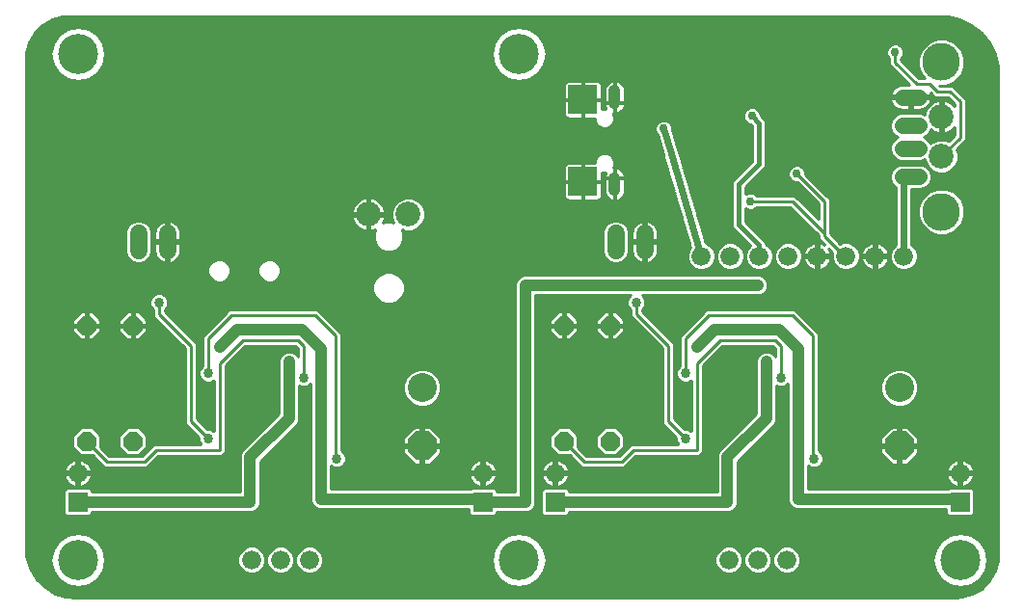
<source format=gbl>
G75*
%MOIN*%
%OFA0B0*%
%FSLAX25Y25*%
%IPPOS*%
%LPD*%
%AMOC8*
5,1,8,0,0,1.08239X$1,22.5*
%
%ADD10OC8,0.06600*%
%ADD11C,0.10000*%
%ADD12OC8,0.10000*%
%ADD13C,0.05906*%
%ADD14R,0.06600X0.06600*%
%ADD15C,0.06600*%
%ADD16C,0.13843*%
%ADD17C,0.02975*%
%ADD18C,0.08600*%
%ADD19C,0.05610*%
%ADD20C,0.13055*%
%ADD21R,0.09843X0.09843*%
%ADD22C,0.04156*%
%ADD23C,0.03369*%
%ADD24C,0.04000*%
%ADD25C,0.01000*%
%ADD26C,0.02400*%
%ADD27C,0.04000*%
%ADD28C,0.03762*%
%ADD29C,0.02950*%
%ADD30C,0.01600*%
%ADD31C,0.03959*%
D10*
X0024500Y0086790D03*
X0040500Y0086790D03*
X0040500Y0126790D03*
X0024500Y0126790D03*
X0189500Y0126790D03*
X0205500Y0126790D03*
X0205500Y0086790D03*
X0189500Y0086790D03*
D11*
X0140500Y0105290D03*
X0305500Y0105290D03*
D12*
X0305500Y0085290D03*
X0140500Y0085290D03*
D13*
X0207500Y0152838D02*
X0207500Y0158743D01*
X0217500Y0158743D02*
X0217500Y0152838D01*
X0052500Y0152838D02*
X0052500Y0158743D01*
X0042500Y0158743D02*
X0042500Y0152838D01*
D14*
X0021500Y0065790D03*
X0161500Y0065790D03*
X0186500Y0065790D03*
X0326500Y0065790D03*
D15*
X0326500Y0075790D03*
X0266500Y0045790D03*
X0256500Y0045790D03*
X0246500Y0045790D03*
X0186500Y0075790D03*
X0161500Y0075790D03*
X0101500Y0045790D03*
X0091500Y0045790D03*
X0081500Y0045790D03*
X0021500Y0075790D03*
X0237000Y0150790D03*
X0247000Y0150790D03*
X0257000Y0150790D03*
X0267000Y0150790D03*
X0277000Y0150790D03*
X0287000Y0150790D03*
X0297000Y0150790D03*
X0307000Y0150790D03*
D16*
X0174000Y0220790D03*
X0021500Y0220790D03*
X0021500Y0045790D03*
X0174000Y0045790D03*
X0326500Y0045790D03*
D17*
X0285598Y0182428D03*
X0282055Y0185971D03*
X0278512Y0182428D03*
X0278512Y0189515D03*
X0285598Y0189515D03*
D18*
X0320000Y0185347D03*
X0320000Y0199127D03*
X0135693Y0165290D03*
X0121913Y0165290D03*
D19*
X0306526Y0178261D02*
X0312136Y0178261D01*
X0312136Y0188103D02*
X0306526Y0188103D01*
X0306526Y0195977D02*
X0312136Y0195977D01*
X0312136Y0205820D02*
X0306526Y0205820D01*
D20*
X0320000Y0217906D03*
X0320000Y0166174D03*
D21*
X0196020Y0176617D03*
X0196020Y0204963D03*
D22*
X0207043Y0203782D02*
X0207043Y0207938D01*
X0207043Y0177798D02*
X0207043Y0173642D01*
D23*
X0214500Y0134790D03*
X0215500Y0121790D03*
X0231500Y0110290D03*
X0245000Y0106790D03*
X0248000Y0103790D03*
X0251000Y0106790D03*
X0248000Y0109790D03*
X0259500Y0114290D03*
X0264500Y0108790D03*
X0265500Y0101290D03*
X0265000Y0096290D03*
X0265000Y0091290D03*
X0255500Y0083790D03*
X0276000Y0080790D03*
X0231500Y0087790D03*
X0223500Y0089790D03*
X0227500Y0079790D03*
X0235500Y0119290D03*
X0111000Y0080790D03*
X0100000Y0091290D03*
X0100000Y0096290D03*
X0100500Y0101290D03*
X0099500Y0108790D03*
X0094500Y0114290D03*
X0086000Y0106790D03*
X0083000Y0103790D03*
X0080000Y0106790D03*
X0083000Y0109790D03*
X0070500Y0119290D03*
X0066500Y0110290D03*
X0050500Y0121790D03*
X0049500Y0134790D03*
X0058500Y0089790D03*
X0066500Y0087790D03*
X0062500Y0079790D03*
X0090500Y0083790D03*
D24*
X0123500Y0145290D03*
D25*
X0013492Y0034236D02*
X0010145Y0036263D01*
X0007333Y0038983D01*
X0005197Y0042261D01*
X0003844Y0045932D01*
X0003500Y0047770D01*
X0003500Y0219086D01*
X0003627Y0221019D01*
X0004627Y0224753D01*
X0006561Y0228102D01*
X0009295Y0230836D01*
X0012643Y0232769D01*
X0016378Y0233770D01*
X0018311Y0233897D01*
X0319854Y0233897D01*
X0322072Y0233772D01*
X0326397Y0232785D01*
X0330394Y0230860D01*
X0333863Y0228094D01*
X0336629Y0224626D01*
X0338554Y0220629D01*
X0339541Y0216304D01*
X0339665Y0214086D01*
X0339665Y0047601D01*
X0339539Y0045668D01*
X0338538Y0041933D01*
X0336605Y0038585D01*
X0333871Y0035851D01*
X0330522Y0033918D01*
X0326788Y0032917D01*
X0324854Y0032790D01*
X0023992Y0032790D01*
X0023876Y0032880D01*
X0023182Y0032790D01*
X0022483Y0032790D01*
X0022420Y0032728D01*
X0021100Y0032631D01*
X0017205Y0033005D01*
X0013492Y0034236D01*
X0012586Y0034784D02*
X0332023Y0034784D01*
X0333753Y0035783D02*
X0010937Y0035783D01*
X0010145Y0036263D02*
X0010145Y0036263D01*
X0009609Y0036781D02*
X0019348Y0036781D01*
X0017889Y0037072D02*
X0021500Y0036353D01*
X0025111Y0037072D01*
X0028173Y0039117D01*
X0030219Y0042179D01*
X0030937Y0045790D01*
X0030219Y0049402D01*
X0028173Y0052463D01*
X0025111Y0054509D01*
X0021500Y0055227D01*
X0017889Y0054509D01*
X0014827Y0052463D01*
X0012781Y0049402D01*
X0012063Y0045790D01*
X0012781Y0042179D01*
X0014827Y0039117D01*
X0017889Y0037072D01*
X0016829Y0037780D02*
X0008577Y0037780D01*
X0007544Y0038778D02*
X0015334Y0038778D01*
X0014386Y0039777D02*
X0006816Y0039777D01*
X0006165Y0040775D02*
X0013719Y0040775D01*
X0013052Y0041774D02*
X0005514Y0041774D01*
X0005008Y0042772D02*
X0012663Y0042772D01*
X0012465Y0043771D02*
X0004640Y0043771D01*
X0004272Y0044769D02*
X0012266Y0044769D01*
X0012067Y0045768D02*
X0003904Y0045768D01*
X0003688Y0046766D02*
X0012257Y0046766D01*
X0012456Y0047765D02*
X0003501Y0047765D01*
X0003500Y0048763D02*
X0012654Y0048763D01*
X0013022Y0049762D02*
X0003500Y0049762D01*
X0003500Y0050760D02*
X0013689Y0050760D01*
X0014356Y0051759D02*
X0003500Y0051759D01*
X0003500Y0052758D02*
X0015267Y0052758D01*
X0016762Y0053756D02*
X0003500Y0053756D01*
X0003500Y0054755D02*
X0019123Y0054755D01*
X0023877Y0054755D02*
X0171623Y0054755D01*
X0170389Y0054509D02*
X0167327Y0052463D01*
X0165281Y0049402D01*
X0164563Y0045790D01*
X0165281Y0042179D01*
X0167327Y0039117D01*
X0170389Y0037072D01*
X0174000Y0036353D01*
X0177611Y0037072D01*
X0180673Y0039117D01*
X0182719Y0042179D01*
X0183437Y0045790D01*
X0182719Y0049402D01*
X0180673Y0052463D01*
X0177611Y0054509D01*
X0174000Y0055227D01*
X0170389Y0054509D01*
X0169262Y0053756D02*
X0026238Y0053756D01*
X0027733Y0052758D02*
X0167767Y0052758D01*
X0166856Y0051759D02*
X0028644Y0051759D01*
X0029311Y0050760D02*
X0166189Y0050760D01*
X0165522Y0049762D02*
X0104316Y0049762D01*
X0104219Y0049859D02*
X0102455Y0050590D01*
X0100545Y0050590D01*
X0098781Y0049859D01*
X0097431Y0048509D01*
X0096700Y0046745D01*
X0096700Y0044835D01*
X0097431Y0043071D01*
X0098781Y0041721D01*
X0100545Y0040990D01*
X0102455Y0040990D01*
X0104219Y0041721D01*
X0105569Y0043071D01*
X0106300Y0044835D01*
X0106300Y0046745D01*
X0105569Y0048509D01*
X0104219Y0049859D01*
X0105315Y0048763D02*
X0165154Y0048763D01*
X0164956Y0047765D02*
X0105878Y0047765D01*
X0106291Y0046766D02*
X0164757Y0046766D01*
X0164567Y0045768D02*
X0106300Y0045768D01*
X0106273Y0044769D02*
X0164766Y0044769D01*
X0164965Y0043771D02*
X0105859Y0043771D01*
X0105270Y0042772D02*
X0165163Y0042772D01*
X0165552Y0041774D02*
X0104272Y0041774D01*
X0098728Y0041774D02*
X0094272Y0041774D01*
X0094219Y0041721D02*
X0095569Y0043071D01*
X0096300Y0044835D01*
X0096300Y0046745D01*
X0095569Y0048509D01*
X0094219Y0049859D01*
X0092455Y0050590D01*
X0090545Y0050590D01*
X0088781Y0049859D01*
X0087431Y0048509D01*
X0086700Y0046745D01*
X0086700Y0044835D01*
X0087431Y0043071D01*
X0088781Y0041721D01*
X0090545Y0040990D01*
X0092455Y0040990D01*
X0094219Y0041721D01*
X0095270Y0042772D02*
X0097730Y0042772D01*
X0097141Y0043771D02*
X0095859Y0043771D01*
X0096273Y0044769D02*
X0096727Y0044769D01*
X0096700Y0045768D02*
X0096300Y0045768D01*
X0096291Y0046766D02*
X0096709Y0046766D01*
X0097122Y0047765D02*
X0095878Y0047765D01*
X0095315Y0048763D02*
X0097685Y0048763D01*
X0098684Y0049762D02*
X0094316Y0049762D01*
X0088684Y0049762D02*
X0084316Y0049762D01*
X0084219Y0049859D02*
X0082455Y0050590D01*
X0080545Y0050590D01*
X0078781Y0049859D01*
X0077431Y0048509D01*
X0076700Y0046745D01*
X0076700Y0044835D01*
X0077431Y0043071D01*
X0078781Y0041721D01*
X0080545Y0040990D01*
X0082455Y0040990D01*
X0084219Y0041721D01*
X0085569Y0043071D01*
X0086300Y0044835D01*
X0086300Y0046745D01*
X0085569Y0048509D01*
X0084219Y0049859D01*
X0085315Y0048763D02*
X0087685Y0048763D01*
X0087122Y0047765D02*
X0085878Y0047765D01*
X0086291Y0046766D02*
X0086709Y0046766D01*
X0086700Y0045768D02*
X0086300Y0045768D01*
X0086273Y0044769D02*
X0086727Y0044769D01*
X0087141Y0043771D02*
X0085859Y0043771D01*
X0085270Y0042772D02*
X0087730Y0042772D01*
X0088728Y0041774D02*
X0084272Y0041774D01*
X0078728Y0041774D02*
X0029948Y0041774D01*
X0030337Y0042772D02*
X0077730Y0042772D01*
X0077141Y0043771D02*
X0030535Y0043771D01*
X0030734Y0044769D02*
X0076727Y0044769D01*
X0076700Y0045768D02*
X0030933Y0045768D01*
X0030743Y0046766D02*
X0076709Y0046766D01*
X0077122Y0047765D02*
X0030544Y0047765D01*
X0030346Y0048763D02*
X0077685Y0048763D01*
X0078684Y0049762D02*
X0029978Y0049762D01*
X0029281Y0040775D02*
X0166219Y0040775D01*
X0166886Y0039777D02*
X0028614Y0039777D01*
X0027666Y0038778D02*
X0167834Y0038778D01*
X0169329Y0037780D02*
X0026171Y0037780D01*
X0023652Y0036781D02*
X0171848Y0036781D01*
X0176152Y0036781D02*
X0324348Y0036781D01*
X0322889Y0037072D02*
X0319827Y0039117D01*
X0317781Y0042179D01*
X0317063Y0045790D01*
X0317781Y0049402D01*
X0319827Y0052463D01*
X0322889Y0054509D01*
X0326500Y0055227D01*
X0330111Y0054509D01*
X0333173Y0052463D01*
X0335219Y0049402D01*
X0335937Y0045790D01*
X0335219Y0042179D01*
X0333173Y0039117D01*
X0330111Y0037072D01*
X0326500Y0036353D01*
X0322889Y0037072D01*
X0321829Y0037780D02*
X0178671Y0037780D01*
X0180166Y0038778D02*
X0320334Y0038778D01*
X0319386Y0039777D02*
X0181114Y0039777D01*
X0181781Y0040775D02*
X0318719Y0040775D01*
X0318052Y0041774D02*
X0269272Y0041774D01*
X0269219Y0041721D02*
X0270569Y0043071D01*
X0271300Y0044835D01*
X0271300Y0046745D01*
X0270569Y0048509D01*
X0269219Y0049859D01*
X0267455Y0050590D01*
X0265545Y0050590D01*
X0263781Y0049859D01*
X0262431Y0048509D01*
X0261700Y0046745D01*
X0261700Y0044835D01*
X0262431Y0043071D01*
X0263781Y0041721D01*
X0265545Y0040990D01*
X0267455Y0040990D01*
X0269219Y0041721D01*
X0270270Y0042772D02*
X0317663Y0042772D01*
X0317465Y0043771D02*
X0270859Y0043771D01*
X0271273Y0044769D02*
X0317266Y0044769D01*
X0317067Y0045768D02*
X0271300Y0045768D01*
X0271291Y0046766D02*
X0317257Y0046766D01*
X0317456Y0047765D02*
X0270878Y0047765D01*
X0270315Y0048763D02*
X0317654Y0048763D01*
X0318022Y0049762D02*
X0269316Y0049762D01*
X0263684Y0049762D02*
X0259316Y0049762D01*
X0259219Y0049859D02*
X0257455Y0050590D01*
X0255545Y0050590D01*
X0253781Y0049859D01*
X0252431Y0048509D01*
X0251700Y0046745D01*
X0251700Y0044835D01*
X0252431Y0043071D01*
X0253781Y0041721D01*
X0255545Y0040990D01*
X0257455Y0040990D01*
X0259219Y0041721D01*
X0260569Y0043071D01*
X0261300Y0044835D01*
X0261300Y0046745D01*
X0260569Y0048509D01*
X0259219Y0049859D01*
X0260315Y0048763D02*
X0262685Y0048763D01*
X0262122Y0047765D02*
X0260878Y0047765D01*
X0261291Y0046766D02*
X0261709Y0046766D01*
X0261700Y0045768D02*
X0261300Y0045768D01*
X0261273Y0044769D02*
X0261727Y0044769D01*
X0262141Y0043771D02*
X0260859Y0043771D01*
X0260270Y0042772D02*
X0262730Y0042772D01*
X0263728Y0041774D02*
X0259272Y0041774D01*
X0253728Y0041774D02*
X0249272Y0041774D01*
X0249219Y0041721D02*
X0250569Y0043071D01*
X0251300Y0044835D01*
X0251300Y0046745D01*
X0250569Y0048509D01*
X0249219Y0049859D01*
X0247455Y0050590D01*
X0245545Y0050590D01*
X0243781Y0049859D01*
X0242431Y0048509D01*
X0241700Y0046745D01*
X0241700Y0044835D01*
X0242431Y0043071D01*
X0243781Y0041721D01*
X0245545Y0040990D01*
X0247455Y0040990D01*
X0249219Y0041721D01*
X0250270Y0042772D02*
X0252730Y0042772D01*
X0252141Y0043771D02*
X0250859Y0043771D01*
X0251273Y0044769D02*
X0251727Y0044769D01*
X0251700Y0045768D02*
X0251300Y0045768D01*
X0251291Y0046766D02*
X0251709Y0046766D01*
X0252122Y0047765D02*
X0250878Y0047765D01*
X0250315Y0048763D02*
X0252685Y0048763D01*
X0253684Y0049762D02*
X0249316Y0049762D01*
X0243684Y0049762D02*
X0182478Y0049762D01*
X0182846Y0048763D02*
X0242685Y0048763D01*
X0242122Y0047765D02*
X0183044Y0047765D01*
X0183243Y0046766D02*
X0241709Y0046766D01*
X0241700Y0045768D02*
X0183433Y0045768D01*
X0183234Y0044769D02*
X0241727Y0044769D01*
X0242141Y0043771D02*
X0183035Y0043771D01*
X0182837Y0042772D02*
X0242730Y0042772D01*
X0243728Y0041774D02*
X0182448Y0041774D01*
X0181811Y0050760D02*
X0318689Y0050760D01*
X0319356Y0051759D02*
X0181144Y0051759D01*
X0180233Y0052758D02*
X0320267Y0052758D01*
X0321762Y0053756D02*
X0178738Y0053756D01*
X0176377Y0054755D02*
X0324123Y0054755D01*
X0328877Y0054755D02*
X0339665Y0054755D01*
X0339665Y0055753D02*
X0003500Y0055753D01*
X0003500Y0056752D02*
X0339665Y0056752D01*
X0339665Y0057750D02*
X0003500Y0057750D01*
X0003500Y0058749D02*
X0339665Y0058749D01*
X0339665Y0059747D02*
X0003500Y0059747D01*
X0003500Y0060746D02*
X0339665Y0060746D01*
X0339665Y0061744D02*
X0331175Y0061744D01*
X0331300Y0061869D02*
X0331300Y0069712D01*
X0330421Y0070590D01*
X0322579Y0070590D01*
X0322279Y0070290D01*
X0274000Y0070290D01*
X0274000Y0078287D01*
X0274196Y0078091D01*
X0275367Y0077606D01*
X0276633Y0077606D01*
X0277804Y0078091D01*
X0278699Y0078987D01*
X0279184Y0080157D01*
X0279184Y0081424D01*
X0278699Y0082594D01*
X0277804Y0083490D01*
X0277500Y0083616D01*
X0277500Y0124119D01*
X0276328Y0125290D01*
X0270500Y0131119D01*
X0269328Y0132290D01*
X0238672Y0132290D01*
X0237500Y0131119D01*
X0229500Y0123119D01*
X0229500Y0112793D01*
X0228801Y0112094D01*
X0228316Y0110924D01*
X0228316Y0109657D01*
X0228801Y0108487D01*
X0229696Y0107591D01*
X0230867Y0107106D01*
X0232133Y0107106D01*
X0233304Y0107591D01*
X0233500Y0107787D01*
X0233500Y0090293D01*
X0233304Y0090490D01*
X0232133Y0090975D01*
X0231144Y0090975D01*
X0227500Y0094619D01*
X0227500Y0120619D01*
X0216500Y0131619D01*
X0216500Y0132287D01*
X0217199Y0132987D01*
X0217684Y0134157D01*
X0217684Y0135424D01*
X0217199Y0136594D01*
X0216503Y0137290D01*
X0257196Y0137290D01*
X0258483Y0137823D01*
X0259467Y0138808D01*
X0260000Y0140094D01*
X0260000Y0141486D01*
X0259467Y0142773D01*
X0258483Y0143757D01*
X0257196Y0144290D01*
X0175527Y0144290D01*
X0174240Y0143757D01*
X0173256Y0142773D01*
X0172723Y0141486D01*
X0172723Y0069290D01*
X0166300Y0069290D01*
X0166300Y0069712D01*
X0165421Y0070590D01*
X0157579Y0070590D01*
X0157279Y0070290D01*
X0109000Y0070290D01*
X0109000Y0078287D01*
X0109196Y0078091D01*
X0110367Y0077606D01*
X0111633Y0077606D01*
X0112804Y0078091D01*
X0113699Y0078987D01*
X0114184Y0080157D01*
X0114184Y0081424D01*
X0113699Y0082594D01*
X0112804Y0083490D01*
X0112500Y0083616D01*
X0112500Y0124119D01*
X0111328Y0125290D01*
X0105500Y0131119D01*
X0104328Y0132290D01*
X0073672Y0132290D01*
X0072500Y0131119D01*
X0064500Y0123119D01*
X0064500Y0112793D01*
X0063801Y0112094D01*
X0063316Y0110924D01*
X0063316Y0109657D01*
X0063801Y0108487D01*
X0064696Y0107591D01*
X0065867Y0107106D01*
X0067133Y0107106D01*
X0068304Y0107591D01*
X0068500Y0107787D01*
X0068500Y0090293D01*
X0068304Y0090490D01*
X0067133Y0090975D01*
X0066144Y0090975D01*
X0062500Y0094619D01*
X0062500Y0120619D01*
X0051500Y0131619D01*
X0051500Y0132287D01*
X0052199Y0132987D01*
X0052684Y0134157D01*
X0052684Y0135424D01*
X0052199Y0136594D01*
X0051304Y0137490D01*
X0050133Y0137975D01*
X0048867Y0137975D01*
X0047696Y0137490D01*
X0046801Y0136594D01*
X0046316Y0135424D01*
X0046316Y0134157D01*
X0046801Y0132987D01*
X0047500Y0132287D01*
X0047500Y0129962D01*
X0048672Y0128790D01*
X0058500Y0118962D01*
X0058500Y0092962D01*
X0059672Y0091790D01*
X0063316Y0088146D01*
X0063316Y0087157D01*
X0063801Y0085987D01*
X0063997Y0085790D01*
X0047672Y0085790D01*
X0043672Y0081790D01*
X0032328Y0081790D01*
X0029300Y0084819D01*
X0029300Y0088778D01*
X0026488Y0091590D01*
X0022512Y0091590D01*
X0019700Y0088778D01*
X0019700Y0084802D01*
X0022512Y0081990D01*
X0026472Y0081990D01*
X0030672Y0077790D01*
X0045328Y0077790D01*
X0046500Y0078962D01*
X0049328Y0081790D01*
X0071328Y0081790D01*
X0072500Y0082962D01*
X0072500Y0112962D01*
X0079328Y0119790D01*
X0096672Y0119790D01*
X0097500Y0118962D01*
X0097500Y0116194D01*
X0097467Y0116273D01*
X0096483Y0117257D01*
X0095196Y0117790D01*
X0093804Y0117790D01*
X0092517Y0117257D01*
X0091533Y0116273D01*
X0091000Y0114986D01*
X0091000Y0096240D01*
X0079017Y0084257D01*
X0078033Y0083273D01*
X0077500Y0081986D01*
X0077500Y0069290D01*
X0026300Y0069290D01*
X0026300Y0069712D01*
X0025421Y0070590D01*
X0017579Y0070590D01*
X0016700Y0069712D01*
X0016700Y0061869D01*
X0017579Y0060990D01*
X0025421Y0060990D01*
X0026300Y0061869D01*
X0026300Y0062290D01*
X0081696Y0062290D01*
X0082983Y0062823D01*
X0083967Y0063808D01*
X0084500Y0065094D01*
X0084500Y0079841D01*
X0097467Y0092808D01*
X0098000Y0094094D01*
X0098000Y0105965D01*
X0098867Y0105606D01*
X0100133Y0105606D01*
X0101304Y0106091D01*
X0102000Y0106787D01*
X0102000Y0066094D01*
X0102533Y0064808D01*
X0103517Y0063823D01*
X0104804Y0063290D01*
X0156700Y0063290D01*
X0156700Y0061869D01*
X0157579Y0060990D01*
X0165421Y0060990D01*
X0166300Y0061869D01*
X0166300Y0062290D01*
X0176919Y0062290D01*
X0178206Y0062823D01*
X0179190Y0063808D01*
X0179723Y0065094D01*
X0179723Y0137290D01*
X0212497Y0137290D01*
X0211801Y0136594D01*
X0211316Y0135424D01*
X0211316Y0134157D01*
X0211801Y0132987D01*
X0212500Y0132287D01*
X0212500Y0129962D01*
X0223500Y0118962D01*
X0223500Y0092962D01*
X0224672Y0091790D01*
X0228316Y0088146D01*
X0228316Y0087157D01*
X0228801Y0085987D01*
X0228997Y0085790D01*
X0212672Y0085790D01*
X0208672Y0081790D01*
X0197328Y0081790D01*
X0194300Y0084819D01*
X0194300Y0088778D01*
X0191488Y0091590D01*
X0187512Y0091590D01*
X0184700Y0088778D01*
X0184700Y0084802D01*
X0187512Y0081990D01*
X0191472Y0081990D01*
X0195672Y0077790D01*
X0210328Y0077790D01*
X0211500Y0078962D01*
X0214328Y0081790D01*
X0236328Y0081790D01*
X0237500Y0082962D01*
X0237500Y0112962D01*
X0244328Y0119790D01*
X0261672Y0119790D01*
X0262500Y0118962D01*
X0262500Y0116194D01*
X0262467Y0116273D01*
X0261483Y0117257D01*
X0260196Y0117790D01*
X0258804Y0117790D01*
X0257517Y0117257D01*
X0256533Y0116273D01*
X0256000Y0114986D01*
X0256000Y0096240D01*
X0244017Y0084257D01*
X0243033Y0083273D01*
X0242500Y0081986D01*
X0242500Y0069290D01*
X0208196Y0069290D01*
X0191300Y0069290D01*
X0191300Y0069712D01*
X0190421Y0070590D01*
X0182579Y0070590D01*
X0181700Y0069712D01*
X0181700Y0061869D01*
X0182579Y0060990D01*
X0190421Y0060990D01*
X0191300Y0061869D01*
X0191300Y0062290D01*
X0246696Y0062290D01*
X0247983Y0062823D01*
X0248967Y0063808D01*
X0249500Y0065094D01*
X0249500Y0079841D01*
X0262467Y0092808D01*
X0263000Y0094094D01*
X0263000Y0105965D01*
X0263867Y0105606D01*
X0265133Y0105606D01*
X0266304Y0106091D01*
X0267000Y0106787D01*
X0267000Y0066094D01*
X0267533Y0064808D01*
X0268517Y0063823D01*
X0269804Y0063290D01*
X0321700Y0063290D01*
X0321700Y0061869D01*
X0322579Y0060990D01*
X0330421Y0060990D01*
X0331300Y0061869D01*
X0331300Y0062743D02*
X0339665Y0062743D01*
X0339665Y0063741D02*
X0331300Y0063741D01*
X0331300Y0064740D02*
X0339665Y0064740D01*
X0339665Y0065738D02*
X0331300Y0065738D01*
X0331300Y0066737D02*
X0339665Y0066737D01*
X0339665Y0067735D02*
X0331300Y0067735D01*
X0331300Y0068734D02*
X0339665Y0068734D01*
X0339665Y0069732D02*
X0331279Y0069732D01*
X0329627Y0072129D02*
X0330161Y0072663D01*
X0330605Y0073275D01*
X0330948Y0073948D01*
X0331182Y0074666D01*
X0331283Y0075306D01*
X0326984Y0075306D01*
X0326984Y0071007D01*
X0327624Y0071108D01*
X0328343Y0071342D01*
X0329016Y0071685D01*
X0329627Y0072129D01*
X0329077Y0071729D02*
X0339665Y0071729D01*
X0339665Y0070731D02*
X0274000Y0070731D01*
X0274000Y0071729D02*
X0323923Y0071729D01*
X0323984Y0071685D02*
X0324657Y0071342D01*
X0325376Y0071108D01*
X0326016Y0071007D01*
X0326016Y0075306D01*
X0326984Y0075306D01*
X0326984Y0076275D01*
X0326016Y0076275D01*
X0326016Y0080573D01*
X0325376Y0080472D01*
X0324657Y0080239D01*
X0323984Y0079896D01*
X0323373Y0079451D01*
X0322839Y0078917D01*
X0322395Y0078306D01*
X0322052Y0077633D01*
X0321818Y0076914D01*
X0321717Y0076275D01*
X0326016Y0076275D01*
X0326016Y0075306D01*
X0321717Y0075306D01*
X0321818Y0074666D01*
X0322052Y0073948D01*
X0322395Y0073275D01*
X0322839Y0072663D01*
X0323373Y0072129D01*
X0323984Y0071685D01*
X0322792Y0072728D02*
X0274000Y0072728D01*
X0274000Y0073726D02*
X0322164Y0073726D01*
X0321809Y0074725D02*
X0274000Y0074725D01*
X0274000Y0075723D02*
X0326016Y0075723D01*
X0326984Y0075723D02*
X0339665Y0075723D01*
X0339665Y0074725D02*
X0331191Y0074725D01*
X0330835Y0073726D02*
X0339665Y0073726D01*
X0339665Y0072728D02*
X0330208Y0072728D01*
X0326984Y0072728D02*
X0326016Y0072728D01*
X0326016Y0073726D02*
X0326984Y0073726D01*
X0326984Y0074725D02*
X0326016Y0074725D01*
X0326984Y0076275D02*
X0331283Y0076275D01*
X0331182Y0076914D01*
X0330948Y0077633D01*
X0330605Y0078306D01*
X0330161Y0078917D01*
X0329627Y0079451D01*
X0329016Y0079896D01*
X0328343Y0080239D01*
X0327624Y0080472D01*
X0326984Y0080573D01*
X0326984Y0076275D01*
X0326984Y0076722D02*
X0326016Y0076722D01*
X0326016Y0077720D02*
X0326984Y0077720D01*
X0326984Y0078719D02*
X0326016Y0078719D01*
X0326016Y0079717D02*
X0326984Y0079717D01*
X0329261Y0079717D02*
X0339665Y0079717D01*
X0339665Y0078719D02*
X0330305Y0078719D01*
X0330904Y0077720D02*
X0339665Y0077720D01*
X0339665Y0076722D02*
X0331212Y0076722D01*
X0326984Y0071729D02*
X0326016Y0071729D01*
X0321788Y0076722D02*
X0274000Y0076722D01*
X0274000Y0077720D02*
X0275091Y0077720D01*
X0276909Y0077720D02*
X0322096Y0077720D01*
X0322695Y0078719D02*
X0278432Y0078719D01*
X0279002Y0079717D02*
X0301881Y0079717D01*
X0302808Y0078790D02*
X0299000Y0082598D01*
X0299000Y0084790D01*
X0305000Y0084790D01*
X0306000Y0084790D01*
X0306000Y0078790D01*
X0308192Y0078790D01*
X0312000Y0082598D01*
X0312000Y0084790D01*
X0306000Y0084790D01*
X0306000Y0085790D01*
X0312000Y0085790D01*
X0312000Y0087983D01*
X0308192Y0091790D01*
X0306000Y0091790D01*
X0306000Y0085790D01*
X0305000Y0085790D01*
X0305000Y0084790D01*
X0305000Y0078790D01*
X0302808Y0078790D01*
X0305000Y0079717D02*
X0306000Y0079717D01*
X0306000Y0080716D02*
X0305000Y0080716D01*
X0305000Y0081714D02*
X0306000Y0081714D01*
X0306000Y0082713D02*
X0305000Y0082713D01*
X0305000Y0083711D02*
X0306000Y0083711D01*
X0306000Y0084710D02*
X0305000Y0084710D01*
X0305000Y0085708D02*
X0277500Y0085708D01*
X0277500Y0084710D02*
X0299000Y0084710D01*
X0299000Y0083711D02*
X0277500Y0083711D01*
X0278581Y0082713D02*
X0299000Y0082713D01*
X0299884Y0081714D02*
X0279064Y0081714D01*
X0279184Y0080716D02*
X0300882Y0080716D01*
X0299000Y0085790D02*
X0305000Y0085790D01*
X0305000Y0091790D01*
X0302808Y0091790D01*
X0299000Y0087983D01*
X0299000Y0085790D01*
X0299000Y0086707D02*
X0277500Y0086707D01*
X0277500Y0087705D02*
X0299000Y0087705D01*
X0299721Y0088704D02*
X0277500Y0088704D01*
X0277500Y0089702D02*
X0300720Y0089702D01*
X0301718Y0090701D02*
X0277500Y0090701D01*
X0277500Y0091699D02*
X0302717Y0091699D01*
X0305000Y0091699D02*
X0306000Y0091699D01*
X0306000Y0090701D02*
X0305000Y0090701D01*
X0305000Y0089702D02*
X0306000Y0089702D01*
X0306000Y0088704D02*
X0305000Y0088704D01*
X0305000Y0087705D02*
X0306000Y0087705D01*
X0306000Y0086707D02*
X0305000Y0086707D01*
X0306000Y0085708D02*
X0339665Y0085708D01*
X0339665Y0084710D02*
X0312000Y0084710D01*
X0312000Y0083711D02*
X0339665Y0083711D01*
X0339665Y0082713D02*
X0312000Y0082713D01*
X0311116Y0081714D02*
X0339665Y0081714D01*
X0339665Y0080716D02*
X0310118Y0080716D01*
X0309119Y0079717D02*
X0323739Y0079717D01*
X0312000Y0086707D02*
X0339665Y0086707D01*
X0339665Y0087705D02*
X0312000Y0087705D01*
X0311279Y0088704D02*
X0339665Y0088704D01*
X0339665Y0089702D02*
X0310280Y0089702D01*
X0309282Y0090701D02*
X0339665Y0090701D01*
X0339665Y0091699D02*
X0308283Y0091699D01*
X0306793Y0098790D02*
X0309182Y0099780D01*
X0311010Y0101608D01*
X0312000Y0103997D01*
X0312000Y0106583D01*
X0311010Y0108972D01*
X0309182Y0110801D01*
X0306793Y0111790D01*
X0304207Y0111790D01*
X0301818Y0110801D01*
X0299990Y0108972D01*
X0299000Y0106583D01*
X0299000Y0103997D01*
X0299990Y0101608D01*
X0301818Y0099780D01*
X0304207Y0098790D01*
X0306793Y0098790D01*
X0308959Y0099688D02*
X0339665Y0099688D01*
X0339665Y0100686D02*
X0310088Y0100686D01*
X0311042Y0101685D02*
X0339665Y0101685D01*
X0339665Y0102683D02*
X0311456Y0102683D01*
X0311869Y0103682D02*
X0339665Y0103682D01*
X0339665Y0104680D02*
X0312000Y0104680D01*
X0312000Y0105679D02*
X0339665Y0105679D01*
X0339665Y0106677D02*
X0311961Y0106677D01*
X0311547Y0107676D02*
X0339665Y0107676D01*
X0339665Y0108674D02*
X0311134Y0108674D01*
X0310310Y0109673D02*
X0339665Y0109673D01*
X0339665Y0110671D02*
X0309311Y0110671D01*
X0307084Y0111670D02*
X0339665Y0111670D01*
X0339665Y0112668D02*
X0277500Y0112668D01*
X0277500Y0111670D02*
X0303916Y0111670D01*
X0301689Y0110671D02*
X0277500Y0110671D01*
X0277500Y0109673D02*
X0300690Y0109673D01*
X0299866Y0108674D02*
X0277500Y0108674D01*
X0277500Y0107676D02*
X0299453Y0107676D01*
X0299039Y0106677D02*
X0277500Y0106677D01*
X0277500Y0105679D02*
X0299000Y0105679D01*
X0299000Y0104680D02*
X0277500Y0104680D01*
X0277500Y0103682D02*
X0299131Y0103682D01*
X0299544Y0102683D02*
X0277500Y0102683D01*
X0277500Y0101685D02*
X0299958Y0101685D01*
X0300912Y0100686D02*
X0277500Y0100686D01*
X0277500Y0099688D02*
X0302041Y0099688D01*
X0277500Y0098689D02*
X0339665Y0098689D01*
X0339665Y0097691D02*
X0277500Y0097691D01*
X0277500Y0096692D02*
X0339665Y0096692D01*
X0339665Y0095694D02*
X0277500Y0095694D01*
X0277500Y0094695D02*
X0339665Y0094695D01*
X0339665Y0093696D02*
X0277500Y0093696D01*
X0277500Y0092698D02*
X0339665Y0092698D01*
X0339665Y0113667D02*
X0277500Y0113667D01*
X0277500Y0114665D02*
X0339665Y0114665D01*
X0339665Y0115664D02*
X0277500Y0115664D01*
X0277500Y0116662D02*
X0339665Y0116662D01*
X0339665Y0117661D02*
X0277500Y0117661D01*
X0277500Y0118659D02*
X0339665Y0118659D01*
X0339665Y0119658D02*
X0277500Y0119658D01*
X0277500Y0120656D02*
X0339665Y0120656D01*
X0339665Y0121655D02*
X0277500Y0121655D01*
X0277500Y0122653D02*
X0339665Y0122653D01*
X0339665Y0123652D02*
X0277500Y0123652D01*
X0276968Y0124650D02*
X0339665Y0124650D01*
X0339665Y0125649D02*
X0275970Y0125649D01*
X0274971Y0126647D02*
X0339665Y0126647D01*
X0339665Y0127646D02*
X0273973Y0127646D01*
X0272974Y0128644D02*
X0339665Y0128644D01*
X0339665Y0129643D02*
X0271976Y0129643D01*
X0270977Y0130641D02*
X0339665Y0130641D01*
X0339665Y0131640D02*
X0269979Y0131640D01*
X0268500Y0130290D02*
X0239500Y0130290D01*
X0231500Y0122290D01*
X0231500Y0110290D01*
X0228625Y0111670D02*
X0227500Y0111670D01*
X0227500Y0112668D02*
X0229375Y0112668D01*
X0229500Y0113667D02*
X0227500Y0113667D01*
X0227500Y0114665D02*
X0229500Y0114665D01*
X0229500Y0115664D02*
X0227500Y0115664D01*
X0227500Y0116662D02*
X0229500Y0116662D01*
X0229500Y0117661D02*
X0227500Y0117661D01*
X0227500Y0118659D02*
X0229500Y0118659D01*
X0229500Y0119658D02*
X0227500Y0119658D01*
X0227462Y0120656D02*
X0229500Y0120656D01*
X0229500Y0121655D02*
X0226464Y0121655D01*
X0225465Y0122653D02*
X0229500Y0122653D01*
X0230033Y0123652D02*
X0224467Y0123652D01*
X0223468Y0124650D02*
X0231032Y0124650D01*
X0232030Y0125649D02*
X0222470Y0125649D01*
X0221471Y0126647D02*
X0233029Y0126647D01*
X0234027Y0127646D02*
X0220473Y0127646D01*
X0219474Y0128644D02*
X0235026Y0128644D01*
X0236024Y0129643D02*
X0218476Y0129643D01*
X0217477Y0130641D02*
X0237023Y0130641D01*
X0238021Y0131640D02*
X0216500Y0131640D01*
X0216851Y0132638D02*
X0339665Y0132638D01*
X0339665Y0133637D02*
X0217469Y0133637D01*
X0217684Y0134635D02*
X0339665Y0134635D01*
X0339665Y0135634D02*
X0217597Y0135634D01*
X0217161Y0136632D02*
X0339665Y0136632D01*
X0339665Y0137631D02*
X0258019Y0137631D01*
X0259289Y0138629D02*
X0339665Y0138629D01*
X0339665Y0139628D02*
X0259807Y0139628D01*
X0260000Y0140627D02*
X0339665Y0140627D01*
X0339665Y0141625D02*
X0259943Y0141625D01*
X0259529Y0142624D02*
X0339665Y0142624D01*
X0339665Y0143622D02*
X0258618Y0143622D01*
X0257955Y0145990D02*
X0256045Y0145990D01*
X0254281Y0146721D01*
X0252931Y0148071D01*
X0252200Y0149835D01*
X0252200Y0151745D01*
X0252931Y0153509D01*
X0253980Y0154558D01*
X0247700Y0160838D01*
X0247700Y0176743D01*
X0249047Y0178090D01*
X0254700Y0183743D01*
X0254700Y0195838D01*
X0254222Y0196315D01*
X0253908Y0196315D01*
X0252815Y0196768D01*
X0251978Y0197605D01*
X0251525Y0198698D01*
X0251525Y0199882D01*
X0251978Y0200975D01*
X0252815Y0201812D01*
X0253908Y0202265D01*
X0255092Y0202265D01*
X0256185Y0201812D01*
X0257022Y0200975D01*
X0257475Y0199882D01*
X0257475Y0199568D01*
X0257953Y0199090D01*
X0259300Y0197743D01*
X0259300Y0181838D01*
X0252300Y0174838D01*
X0252300Y0172298D01*
X0252315Y0172312D01*
X0253408Y0172765D01*
X0254592Y0172765D01*
X0255685Y0172312D01*
X0256207Y0171790D01*
X0269328Y0171790D01*
X0277500Y0163619D01*
X0277500Y0168962D01*
X0270147Y0176315D01*
X0269408Y0176315D01*
X0268315Y0176768D01*
X0267478Y0177605D01*
X0267025Y0178698D01*
X0267025Y0179882D01*
X0267478Y0180975D01*
X0268315Y0181812D01*
X0269408Y0182265D01*
X0270592Y0182265D01*
X0271685Y0181812D01*
X0272522Y0180975D01*
X0272975Y0179882D01*
X0272975Y0179144D01*
X0280328Y0171790D01*
X0281500Y0170619D01*
X0281500Y0158619D01*
X0284973Y0155146D01*
X0286045Y0155590D01*
X0287955Y0155590D01*
X0289719Y0154859D01*
X0291069Y0153509D01*
X0291800Y0151745D01*
X0291800Y0149835D01*
X0291069Y0148071D01*
X0289719Y0146721D01*
X0287955Y0145990D01*
X0286045Y0145990D01*
X0284281Y0146721D01*
X0282931Y0148071D01*
X0282200Y0149835D01*
X0282200Y0151745D01*
X0282351Y0152110D01*
X0280971Y0153491D01*
X0281105Y0153306D01*
X0281448Y0152633D01*
X0281682Y0151914D01*
X0281783Y0151275D01*
X0277484Y0151275D01*
X0276516Y0151275D01*
X0276516Y0155573D01*
X0275876Y0155472D01*
X0275157Y0155239D01*
X0274484Y0154896D01*
X0273873Y0154451D01*
X0273339Y0153917D01*
X0272895Y0153306D01*
X0272552Y0152633D01*
X0272318Y0151914D01*
X0272217Y0151275D01*
X0276516Y0151275D01*
X0276516Y0150306D01*
X0277484Y0150306D01*
X0277484Y0146007D01*
X0278124Y0146108D01*
X0278843Y0146342D01*
X0279516Y0146685D01*
X0280127Y0147129D01*
X0280661Y0147663D01*
X0281105Y0148275D01*
X0281448Y0148948D01*
X0281682Y0149666D01*
X0281783Y0150306D01*
X0277484Y0150306D01*
X0277484Y0151275D01*
X0277484Y0155573D01*
X0278124Y0155472D01*
X0278843Y0155239D01*
X0279516Y0154896D01*
X0279701Y0154761D01*
X0277500Y0156962D01*
X0277500Y0157962D01*
X0267672Y0167790D01*
X0256207Y0167790D01*
X0255685Y0167268D01*
X0254592Y0166815D01*
X0253408Y0166815D01*
X0252315Y0167268D01*
X0252300Y0167283D01*
X0252300Y0162743D01*
X0259300Y0155743D01*
X0259300Y0155033D01*
X0259719Y0154859D01*
X0261069Y0153509D01*
X0261800Y0151745D01*
X0261800Y0149835D01*
X0261069Y0148071D01*
X0259719Y0146721D01*
X0257955Y0145990D01*
X0259469Y0146618D02*
X0264531Y0146618D01*
X0264281Y0146721D02*
X0266045Y0145990D01*
X0267955Y0145990D01*
X0269719Y0146721D01*
X0271069Y0148071D01*
X0271800Y0149835D01*
X0271800Y0151745D01*
X0271069Y0153509D01*
X0269719Y0154859D01*
X0267955Y0155590D01*
X0266045Y0155590D01*
X0264281Y0154859D01*
X0262931Y0153509D01*
X0262200Y0151745D01*
X0262200Y0149835D01*
X0262931Y0148071D01*
X0264281Y0146721D01*
X0263386Y0147616D02*
X0260614Y0147616D01*
X0261294Y0148615D02*
X0262706Y0148615D01*
X0262292Y0149613D02*
X0261708Y0149613D01*
X0261800Y0150612D02*
X0262200Y0150612D01*
X0262200Y0151610D02*
X0261800Y0151610D01*
X0261442Y0152609D02*
X0262558Y0152609D01*
X0263029Y0153607D02*
X0260971Y0153607D01*
X0259973Y0154606D02*
X0264027Y0154606D01*
X0269973Y0154606D02*
X0274085Y0154606D01*
X0273113Y0153607D02*
X0270971Y0153607D01*
X0271442Y0152609D02*
X0272544Y0152609D01*
X0272270Y0151610D02*
X0271800Y0151610D01*
X0271800Y0150612D02*
X0276516Y0150612D01*
X0276516Y0150306D02*
X0272217Y0150306D01*
X0272318Y0149666D01*
X0272552Y0148948D01*
X0272895Y0148275D01*
X0273339Y0147663D01*
X0273873Y0147129D01*
X0274484Y0146685D01*
X0275157Y0146342D01*
X0275876Y0146108D01*
X0276516Y0146007D01*
X0276516Y0150306D01*
X0276516Y0149613D02*
X0277484Y0149613D01*
X0277484Y0148615D02*
X0276516Y0148615D01*
X0276516Y0147616D02*
X0277484Y0147616D01*
X0277484Y0146618D02*
X0276516Y0146618D01*
X0274616Y0146618D02*
X0269469Y0146618D01*
X0270614Y0147616D02*
X0273386Y0147616D01*
X0272721Y0148615D02*
X0271294Y0148615D01*
X0271708Y0149613D02*
X0272335Y0149613D01*
X0276516Y0151610D02*
X0277484Y0151610D01*
X0277484Y0150612D02*
X0282200Y0150612D01*
X0282200Y0151610D02*
X0281730Y0151610D01*
X0281853Y0152609D02*
X0281456Y0152609D01*
X0281665Y0149613D02*
X0282292Y0149613D01*
X0282706Y0148615D02*
X0281279Y0148615D01*
X0280614Y0147616D02*
X0283386Y0147616D01*
X0284531Y0146618D02*
X0279384Y0146618D01*
X0277484Y0152609D02*
X0276516Y0152609D01*
X0276516Y0153607D02*
X0277484Y0153607D01*
X0277484Y0154606D02*
X0276516Y0154606D01*
X0277859Y0156603D02*
X0258440Y0156603D01*
X0259300Y0155604D02*
X0278858Y0155604D01*
X0279500Y0157790D02*
X0286500Y0150790D01*
X0287000Y0150790D01*
X0291442Y0152609D02*
X0292544Y0152609D01*
X0292552Y0152633D02*
X0292318Y0151914D01*
X0292217Y0151275D01*
X0296516Y0151275D01*
X0296516Y0155573D01*
X0295876Y0155472D01*
X0295157Y0155239D01*
X0294484Y0154896D01*
X0293873Y0154451D01*
X0293339Y0153917D01*
X0292895Y0153306D01*
X0292552Y0152633D01*
X0292270Y0151610D02*
X0291800Y0151610D01*
X0291800Y0150612D02*
X0296516Y0150612D01*
X0296516Y0150306D02*
X0296516Y0151275D01*
X0297484Y0151275D01*
X0297484Y0155573D01*
X0298124Y0155472D01*
X0298843Y0155239D01*
X0299516Y0154896D01*
X0300127Y0154451D01*
X0300661Y0153917D01*
X0301105Y0153306D01*
X0301448Y0152633D01*
X0301682Y0151914D01*
X0301783Y0151275D01*
X0297484Y0151275D01*
X0297484Y0150306D01*
X0297484Y0146007D01*
X0298124Y0146108D01*
X0298843Y0146342D01*
X0299516Y0146685D01*
X0300127Y0147129D01*
X0300661Y0147663D01*
X0301105Y0148275D01*
X0301448Y0148948D01*
X0301682Y0149666D01*
X0301783Y0150306D01*
X0297484Y0150306D01*
X0296516Y0150306D01*
X0296516Y0146007D01*
X0295876Y0146108D01*
X0295157Y0146342D01*
X0294484Y0146685D01*
X0293873Y0147129D01*
X0293339Y0147663D01*
X0292895Y0148275D01*
X0292552Y0148948D01*
X0292318Y0149666D01*
X0292217Y0150306D01*
X0296516Y0150306D01*
X0296516Y0149613D02*
X0297484Y0149613D01*
X0297484Y0148615D02*
X0296516Y0148615D01*
X0296516Y0147616D02*
X0297484Y0147616D01*
X0297484Y0146618D02*
X0296516Y0146618D01*
X0294616Y0146618D02*
X0289469Y0146618D01*
X0290614Y0147616D02*
X0293386Y0147616D01*
X0292721Y0148615D02*
X0291294Y0148615D01*
X0291708Y0149613D02*
X0292335Y0149613D01*
X0293113Y0153607D02*
X0290971Y0153607D01*
X0289973Y0154606D02*
X0294085Y0154606D01*
X0296516Y0154606D02*
X0297484Y0154606D01*
X0297484Y0153607D02*
X0296516Y0153607D01*
X0296516Y0152609D02*
X0297484Y0152609D01*
X0297484Y0151610D02*
X0296516Y0151610D01*
X0297484Y0150612D02*
X0302200Y0150612D01*
X0302200Y0149835D02*
X0302200Y0151745D01*
X0302931Y0153509D01*
X0304281Y0154859D01*
X0304300Y0154867D01*
X0304300Y0174523D01*
X0304087Y0174611D01*
X0302876Y0175822D01*
X0302220Y0177404D01*
X0302220Y0179117D01*
X0302876Y0180699D01*
X0304087Y0181910D01*
X0305669Y0182566D01*
X0312992Y0182566D01*
X0314574Y0181910D01*
X0315786Y0180699D01*
X0316441Y0179117D01*
X0316441Y0177404D01*
X0315786Y0175822D01*
X0314574Y0174611D01*
X0312992Y0173956D01*
X0309700Y0173956D01*
X0309700Y0154867D01*
X0309719Y0154859D01*
X0311069Y0153509D01*
X0311800Y0151745D01*
X0311800Y0149835D01*
X0311069Y0148071D01*
X0309719Y0146721D01*
X0307955Y0145990D01*
X0306045Y0145990D01*
X0304281Y0146721D01*
X0302931Y0148071D01*
X0302200Y0149835D01*
X0302292Y0149613D02*
X0301665Y0149613D01*
X0301279Y0148615D02*
X0302706Y0148615D01*
X0303386Y0147616D02*
X0300614Y0147616D01*
X0299384Y0146618D02*
X0304531Y0146618D01*
X0309469Y0146618D02*
X0339665Y0146618D01*
X0339665Y0147616D02*
X0310614Y0147616D01*
X0311294Y0148615D02*
X0339665Y0148615D01*
X0339665Y0149613D02*
X0311708Y0149613D01*
X0311800Y0150612D02*
X0339665Y0150612D01*
X0339665Y0151610D02*
X0311800Y0151610D01*
X0311442Y0152609D02*
X0339665Y0152609D01*
X0339665Y0153607D02*
X0310971Y0153607D01*
X0309973Y0154606D02*
X0339665Y0154606D01*
X0339665Y0155604D02*
X0309700Y0155604D01*
X0309700Y0156603D02*
X0339665Y0156603D01*
X0339665Y0157601D02*
X0309700Y0157601D01*
X0309700Y0158600D02*
X0317309Y0158600D01*
X0318403Y0158147D02*
X0315453Y0159369D01*
X0313195Y0161627D01*
X0311972Y0164577D01*
X0311972Y0167771D01*
X0313195Y0170721D01*
X0315453Y0172980D01*
X0318403Y0174202D01*
X0321597Y0174202D01*
X0324547Y0172980D01*
X0326805Y0170721D01*
X0328028Y0167771D01*
X0328028Y0164577D01*
X0326805Y0161627D01*
X0324547Y0159369D01*
X0321597Y0158147D01*
X0318403Y0158147D01*
X0315223Y0159598D02*
X0309700Y0159598D01*
X0309700Y0160597D02*
X0314225Y0160597D01*
X0313226Y0161595D02*
X0309700Y0161595D01*
X0309700Y0162594D02*
X0312794Y0162594D01*
X0312380Y0163592D02*
X0309700Y0163592D01*
X0309700Y0164591D02*
X0311972Y0164591D01*
X0311972Y0165589D02*
X0309700Y0165589D01*
X0309700Y0166588D02*
X0311972Y0166588D01*
X0311972Y0167586D02*
X0309700Y0167586D01*
X0309700Y0168585D02*
X0312310Y0168585D01*
X0312723Y0169583D02*
X0309700Y0169583D01*
X0309700Y0170582D02*
X0313137Y0170582D01*
X0314054Y0171580D02*
X0309700Y0171580D01*
X0309700Y0172579D02*
X0315052Y0172579D01*
X0314490Y0174576D02*
X0339665Y0174576D01*
X0339665Y0175574D02*
X0315538Y0175574D01*
X0316097Y0176573D02*
X0339665Y0176573D01*
X0339665Y0177571D02*
X0316441Y0177571D01*
X0316441Y0178570D02*
X0339665Y0178570D01*
X0339665Y0179568D02*
X0321205Y0179568D01*
X0321154Y0179547D02*
X0323285Y0180430D01*
X0324917Y0182062D01*
X0325800Y0184194D01*
X0325800Y0186501D01*
X0325268Y0187786D01*
X0328500Y0191019D01*
X0328500Y0205119D01*
X0327328Y0206290D01*
X0323828Y0209790D01*
X0319328Y0209790D01*
X0319240Y0209879D01*
X0321597Y0209879D01*
X0324547Y0211101D01*
X0326805Y0213359D01*
X0328028Y0216310D01*
X0328028Y0219503D01*
X0326805Y0222454D01*
X0324547Y0224712D01*
X0321597Y0225934D01*
X0318403Y0225934D01*
X0315453Y0224712D01*
X0313195Y0222454D01*
X0311972Y0219503D01*
X0311972Y0216310D01*
X0313195Y0213359D01*
X0314263Y0212290D01*
X0312328Y0212290D01*
X0306000Y0218619D01*
X0306000Y0219083D01*
X0306522Y0219605D01*
X0306975Y0220698D01*
X0306975Y0221882D01*
X0306522Y0222975D01*
X0305685Y0223812D01*
X0304592Y0224265D01*
X0303408Y0224265D01*
X0302315Y0223812D01*
X0301478Y0222975D01*
X0301025Y0221882D01*
X0301025Y0220698D01*
X0301478Y0219605D01*
X0302000Y0219083D01*
X0302000Y0216962D01*
X0308837Y0210125D01*
X0306187Y0210125D01*
X0305517Y0210019D01*
X0304873Y0209809D01*
X0304269Y0209502D01*
X0303721Y0209104D01*
X0303242Y0208624D01*
X0302844Y0208076D01*
X0302536Y0207472D01*
X0302326Y0206828D01*
X0302236Y0206255D01*
X0308896Y0206255D01*
X0308896Y0205385D01*
X0309766Y0205385D01*
X0309766Y0206255D01*
X0316426Y0206255D01*
X0316335Y0206828D01*
X0316191Y0207271D01*
X0316500Y0206962D01*
X0317672Y0205790D01*
X0322172Y0205790D01*
X0324500Y0203462D01*
X0324500Y0202801D01*
X0324424Y0202905D01*
X0323778Y0203551D01*
X0323040Y0204087D01*
X0322226Y0204502D01*
X0321358Y0204784D01*
X0320484Y0204922D01*
X0320484Y0199611D01*
X0319516Y0199611D01*
X0319516Y0204922D01*
X0318642Y0204784D01*
X0317774Y0204502D01*
X0316960Y0204087D01*
X0316222Y0203551D01*
X0315576Y0202905D01*
X0315039Y0202167D01*
X0314625Y0201353D01*
X0314343Y0200485D01*
X0314230Y0199770D01*
X0312992Y0200282D01*
X0305669Y0200282D01*
X0304087Y0199627D01*
X0302876Y0198416D01*
X0302220Y0196834D01*
X0302220Y0195121D01*
X0302876Y0193539D01*
X0304087Y0192328D01*
X0304781Y0192040D01*
X0304087Y0191753D01*
X0302876Y0190542D01*
X0302220Y0188960D01*
X0302220Y0187247D01*
X0302876Y0185665D01*
X0304087Y0184454D01*
X0305669Y0183798D01*
X0312992Y0183798D01*
X0314200Y0184298D01*
X0314200Y0184194D01*
X0315083Y0182062D01*
X0316715Y0180430D01*
X0318846Y0179547D01*
X0321154Y0179547D01*
X0318795Y0179568D02*
X0316254Y0179568D01*
X0316578Y0180567D02*
X0315840Y0180567D01*
X0315579Y0181565D02*
X0314919Y0181565D01*
X0314875Y0182564D02*
X0312997Y0182564D01*
X0314461Y0183562D02*
X0259300Y0183562D01*
X0259300Y0182564D02*
X0305665Y0182564D01*
X0303742Y0181565D02*
X0271932Y0181565D01*
X0272691Y0180567D02*
X0302821Y0180567D01*
X0302407Y0179568D02*
X0272975Y0179568D01*
X0273549Y0178570D02*
X0302220Y0178570D01*
X0302220Y0177571D02*
X0274547Y0177571D01*
X0275546Y0176573D02*
X0302565Y0176573D01*
X0303124Y0175574D02*
X0276544Y0175574D01*
X0277543Y0174576D02*
X0304172Y0174576D01*
X0304300Y0173577D02*
X0278541Y0173577D01*
X0279540Y0172579D02*
X0304300Y0172579D01*
X0304300Y0171580D02*
X0280538Y0171580D01*
X0281500Y0170582D02*
X0304300Y0170582D01*
X0304300Y0169583D02*
X0281500Y0169583D01*
X0281500Y0168585D02*
X0304300Y0168585D01*
X0304300Y0167586D02*
X0281500Y0167586D01*
X0281500Y0166588D02*
X0304300Y0166588D01*
X0304300Y0165589D02*
X0281500Y0165589D01*
X0281500Y0164591D02*
X0304300Y0164591D01*
X0304300Y0163592D02*
X0281500Y0163592D01*
X0281500Y0162594D02*
X0304300Y0162594D01*
X0304300Y0161595D02*
X0281500Y0161595D01*
X0281500Y0160597D02*
X0304300Y0160597D01*
X0304300Y0159598D02*
X0281500Y0159598D01*
X0281519Y0158600D02*
X0304300Y0158600D01*
X0304300Y0157601D02*
X0282517Y0157601D01*
X0283516Y0156603D02*
X0304300Y0156603D01*
X0304300Y0155604D02*
X0284514Y0155604D01*
X0279500Y0157790D02*
X0279500Y0158790D01*
X0268500Y0169790D01*
X0254000Y0169790D01*
X0256003Y0167586D02*
X0267876Y0167586D01*
X0268874Y0166588D02*
X0252300Y0166588D01*
X0252300Y0165589D02*
X0269873Y0165589D01*
X0270871Y0164591D02*
X0252300Y0164591D01*
X0252300Y0163592D02*
X0271870Y0163592D01*
X0272868Y0162594D02*
X0252449Y0162594D01*
X0253448Y0161595D02*
X0273867Y0161595D01*
X0274865Y0160597D02*
X0254446Y0160597D01*
X0255445Y0159598D02*
X0275864Y0159598D01*
X0276862Y0158600D02*
X0256443Y0158600D01*
X0257442Y0157601D02*
X0277500Y0157601D01*
X0279500Y0158790D02*
X0279500Y0169790D01*
X0270000Y0179290D01*
X0268786Y0176573D02*
X0254035Y0176573D01*
X0253037Y0175574D02*
X0270887Y0175574D01*
X0271886Y0174576D02*
X0252300Y0174576D01*
X0252300Y0173577D02*
X0272884Y0173577D01*
X0273883Y0172579D02*
X0255042Y0172579D01*
X0252958Y0172579D02*
X0252300Y0172579D01*
X0247700Y0172579D02*
X0233371Y0172579D01*
X0233076Y0173577D02*
X0247700Y0173577D01*
X0247700Y0174576D02*
X0232780Y0174576D01*
X0232485Y0175574D02*
X0247700Y0175574D01*
X0247700Y0176573D02*
X0232190Y0176573D01*
X0231894Y0177571D02*
X0248528Y0177571D01*
X0249527Y0178570D02*
X0231599Y0178570D01*
X0231304Y0179568D02*
X0250526Y0179568D01*
X0251524Y0180567D02*
X0231008Y0180567D01*
X0230713Y0181565D02*
X0252523Y0181565D01*
X0253521Y0182564D02*
X0230418Y0182564D01*
X0230122Y0183562D02*
X0254520Y0183562D01*
X0254700Y0184561D02*
X0229827Y0184561D01*
X0229532Y0185560D02*
X0254700Y0185560D01*
X0254700Y0186558D02*
X0229236Y0186558D01*
X0229091Y0187049D02*
X0226975Y0194344D01*
X0226975Y0195500D01*
X0226522Y0196594D01*
X0225685Y0197430D01*
X0224592Y0197883D01*
X0223408Y0197883D01*
X0222315Y0197430D01*
X0221478Y0196594D01*
X0221025Y0195500D01*
X0221025Y0194317D01*
X0221478Y0193223D01*
X0221759Y0192942D01*
X0223759Y0186047D01*
X0223759Y0186039D01*
X0223909Y0185530D01*
X0224057Y0185022D01*
X0224061Y0185017D01*
X0233278Y0153856D01*
X0232931Y0153509D01*
X0232200Y0151745D01*
X0232200Y0149835D01*
X0232931Y0148071D01*
X0234281Y0146721D01*
X0236045Y0145990D01*
X0237955Y0145990D01*
X0239719Y0146721D01*
X0241069Y0148071D01*
X0241800Y0149835D01*
X0241800Y0151745D01*
X0241069Y0153509D01*
X0239719Y0154859D01*
X0238457Y0155382D01*
X0229091Y0187049D01*
X0228944Y0187557D02*
X0254700Y0187557D01*
X0254700Y0188555D02*
X0228654Y0188555D01*
X0228365Y0189554D02*
X0254700Y0189554D01*
X0254700Y0190552D02*
X0228075Y0190552D01*
X0227785Y0191551D02*
X0254700Y0191551D01*
X0254700Y0192549D02*
X0227496Y0192549D01*
X0227206Y0193548D02*
X0254700Y0193548D01*
X0254700Y0194546D02*
X0226975Y0194546D01*
X0226957Y0195545D02*
X0254700Y0195545D01*
X0253358Y0196543D02*
X0226543Y0196543D01*
X0225417Y0197542D02*
X0252041Y0197542D01*
X0251591Y0198540D02*
X0206878Y0198540D01*
X0206878Y0199139D02*
X0206414Y0200260D01*
X0206691Y0200204D01*
X0206854Y0200204D01*
X0206854Y0203593D01*
X0207232Y0203593D01*
X0207232Y0200204D01*
X0207396Y0200204D01*
X0208087Y0200342D01*
X0208738Y0200612D01*
X0209324Y0201003D01*
X0209822Y0201502D01*
X0210214Y0202088D01*
X0210484Y0202739D01*
X0210621Y0203430D01*
X0210621Y0203593D01*
X0207232Y0203593D01*
X0207232Y0203971D01*
X0210621Y0203971D01*
X0210621Y0208291D01*
X0210484Y0208982D01*
X0210214Y0209633D01*
X0209822Y0210219D01*
X0209324Y0210717D01*
X0208738Y0211109D01*
X0208087Y0211379D01*
X0207396Y0211516D01*
X0207232Y0211516D01*
X0207232Y0203971D01*
X0206854Y0203971D01*
X0206854Y0203593D01*
X0203465Y0203593D01*
X0203465Y0203430D01*
X0203603Y0202739D01*
X0203873Y0202088D01*
X0204034Y0201845D01*
X0202828Y0201845D01*
X0202441Y0201685D01*
X0202441Y0204873D01*
X0200202Y0204873D01*
X0200193Y0204963D01*
X0200202Y0205054D01*
X0202441Y0205054D01*
X0202441Y0210082D01*
X0202339Y0210464D01*
X0202141Y0210806D01*
X0201862Y0211085D01*
X0201520Y0211283D01*
X0201138Y0211385D01*
X0196110Y0211385D01*
X0196110Y0208145D01*
X0195929Y0208145D01*
X0195929Y0211385D01*
X0190901Y0211385D01*
X0190519Y0211283D01*
X0190177Y0211085D01*
X0189898Y0210806D01*
X0189701Y0210464D01*
X0189598Y0210082D01*
X0189598Y0205054D01*
X0191838Y0205054D01*
X0191846Y0204963D01*
X0191838Y0204873D01*
X0189598Y0204873D01*
X0189598Y0199845D01*
X0189701Y0199463D01*
X0189898Y0199121D01*
X0190177Y0198842D01*
X0190519Y0198644D01*
X0190901Y0198542D01*
X0195929Y0198542D01*
X0195929Y0201782D01*
X0196110Y0201782D01*
X0196110Y0198542D01*
X0200122Y0198542D01*
X0200122Y0197796D01*
X0200636Y0196554D01*
X0201587Y0195604D01*
X0202828Y0195089D01*
X0204172Y0195089D01*
X0205413Y0195604D01*
X0206364Y0196554D01*
X0206878Y0197796D01*
X0206878Y0199139D01*
X0206713Y0199539D02*
X0251525Y0199539D01*
X0251796Y0200537D02*
X0208558Y0200537D01*
X0207232Y0200537D02*
X0206854Y0200537D01*
X0206854Y0201536D02*
X0207232Y0201536D01*
X0207232Y0202534D02*
X0206854Y0202534D01*
X0206854Y0203533D02*
X0207232Y0203533D01*
X0206854Y0203971D02*
X0203465Y0203971D01*
X0203465Y0208291D01*
X0203603Y0208982D01*
X0203873Y0209633D01*
X0204264Y0210219D01*
X0204762Y0210717D01*
X0205348Y0211109D01*
X0206000Y0211379D01*
X0206691Y0211516D01*
X0206854Y0211516D01*
X0206854Y0203971D01*
X0206854Y0204531D02*
X0207232Y0204531D01*
X0207232Y0205530D02*
X0206854Y0205530D01*
X0206854Y0206528D02*
X0207232Y0206528D01*
X0207232Y0207527D02*
X0206854Y0207527D01*
X0206854Y0208525D02*
X0207232Y0208525D01*
X0207232Y0209524D02*
X0206854Y0209524D01*
X0206854Y0210522D02*
X0207232Y0210522D01*
X0209519Y0210522D02*
X0308440Y0210522D01*
X0307441Y0211521D02*
X0174842Y0211521D01*
X0174000Y0211353D02*
X0177611Y0212072D01*
X0180673Y0214117D01*
X0182719Y0217179D01*
X0183437Y0220790D01*
X0182719Y0224402D01*
X0180673Y0227463D01*
X0177611Y0229509D01*
X0174000Y0230227D01*
X0170389Y0229509D01*
X0167327Y0227463D01*
X0165281Y0224402D01*
X0164563Y0220790D01*
X0165281Y0217179D01*
X0167327Y0214117D01*
X0170389Y0212072D01*
X0174000Y0211353D01*
X0173158Y0211521D02*
X0022342Y0211521D01*
X0021500Y0211353D02*
X0025111Y0212072D01*
X0028173Y0214117D01*
X0030219Y0217179D01*
X0030937Y0220790D01*
X0030219Y0224402D01*
X0028173Y0227463D01*
X0025111Y0229509D01*
X0021500Y0230227D01*
X0017889Y0229509D01*
X0014827Y0227463D01*
X0012781Y0224402D01*
X0012063Y0220790D01*
X0012781Y0217179D01*
X0014827Y0214117D01*
X0017889Y0212072D01*
X0021500Y0211353D01*
X0020658Y0211521D02*
X0003500Y0211521D01*
X0003500Y0212519D02*
X0017219Y0212519D01*
X0015724Y0213518D02*
X0003500Y0213518D01*
X0003500Y0214516D02*
X0014560Y0214516D01*
X0013893Y0215515D02*
X0003500Y0215515D01*
X0003500Y0216513D02*
X0013226Y0216513D01*
X0012715Y0217512D02*
X0003500Y0217512D01*
X0003500Y0218510D02*
X0012516Y0218510D01*
X0012318Y0219509D02*
X0003528Y0219509D01*
X0003593Y0220507D02*
X0012119Y0220507D01*
X0012205Y0221506D02*
X0003757Y0221506D01*
X0004025Y0222504D02*
X0012404Y0222504D01*
X0012603Y0223503D02*
X0004292Y0223503D01*
X0004560Y0224501D02*
X0012848Y0224501D01*
X0013515Y0225500D02*
X0005058Y0225500D01*
X0005635Y0226498D02*
X0014182Y0226498D01*
X0014878Y0227497D02*
X0006211Y0227497D01*
X0006954Y0228496D02*
X0016372Y0228496D01*
X0017866Y0229494D02*
X0007953Y0229494D01*
X0008951Y0230493D02*
X0330855Y0230493D01*
X0332107Y0229494D02*
X0177634Y0229494D01*
X0179128Y0228496D02*
X0333359Y0228496D01*
X0334339Y0227497D02*
X0180622Y0227497D01*
X0181318Y0226498D02*
X0335135Y0226498D01*
X0335932Y0225500D02*
X0322645Y0225500D01*
X0324758Y0224501D02*
X0336689Y0224501D01*
X0337169Y0223503D02*
X0325756Y0223503D01*
X0326755Y0222504D02*
X0337650Y0222504D01*
X0338131Y0221506D02*
X0327198Y0221506D01*
X0327612Y0220507D02*
X0338581Y0220507D01*
X0338809Y0219509D02*
X0328025Y0219509D01*
X0328028Y0218510D02*
X0339037Y0218510D01*
X0339265Y0217512D02*
X0328028Y0217512D01*
X0328028Y0216513D02*
X0339493Y0216513D01*
X0339585Y0215515D02*
X0327698Y0215515D01*
X0327285Y0214516D02*
X0339641Y0214516D01*
X0339665Y0213518D02*
X0326871Y0213518D01*
X0325966Y0212519D02*
X0339665Y0212519D01*
X0339665Y0211521D02*
X0324967Y0211521D01*
X0323150Y0210522D02*
X0339665Y0210522D01*
X0339665Y0209524D02*
X0324095Y0209524D01*
X0325093Y0208525D02*
X0339665Y0208525D01*
X0339665Y0207527D02*
X0326092Y0207527D01*
X0327090Y0206528D02*
X0339665Y0206528D01*
X0339665Y0205530D02*
X0328089Y0205530D01*
X0328500Y0204531D02*
X0339665Y0204531D01*
X0339665Y0203533D02*
X0328500Y0203533D01*
X0328500Y0202534D02*
X0339665Y0202534D01*
X0339665Y0201536D02*
X0328500Y0201536D01*
X0328500Y0200537D02*
X0339665Y0200537D01*
X0339665Y0199539D02*
X0328500Y0199539D01*
X0328500Y0198540D02*
X0339665Y0198540D01*
X0339665Y0197542D02*
X0328500Y0197542D01*
X0328500Y0196543D02*
X0339665Y0196543D01*
X0339665Y0195545D02*
X0328500Y0195545D01*
X0328500Y0194546D02*
X0339665Y0194546D01*
X0339665Y0193548D02*
X0328500Y0193548D01*
X0328500Y0192549D02*
X0339665Y0192549D01*
X0339665Y0191551D02*
X0328500Y0191551D01*
X0328033Y0190552D02*
X0339665Y0190552D01*
X0339665Y0189554D02*
X0327035Y0189554D01*
X0326036Y0188555D02*
X0339665Y0188555D01*
X0339665Y0187557D02*
X0325363Y0187557D01*
X0325776Y0186558D02*
X0339665Y0186558D01*
X0339665Y0185560D02*
X0325800Y0185560D01*
X0325800Y0184561D02*
X0339665Y0184561D01*
X0339665Y0183562D02*
X0325539Y0183562D01*
X0325125Y0182564D02*
X0339665Y0182564D01*
X0339665Y0181565D02*
X0324421Y0181565D01*
X0323422Y0180567D02*
X0339665Y0180567D01*
X0339665Y0173577D02*
X0323104Y0173577D01*
X0324948Y0172579D02*
X0339665Y0172579D01*
X0339665Y0171580D02*
X0325946Y0171580D01*
X0326863Y0170582D02*
X0339665Y0170582D01*
X0339665Y0169583D02*
X0327277Y0169583D01*
X0327690Y0168585D02*
X0339665Y0168585D01*
X0339665Y0167586D02*
X0328028Y0167586D01*
X0328028Y0166588D02*
X0339665Y0166588D01*
X0339665Y0165589D02*
X0328028Y0165589D01*
X0328028Y0164591D02*
X0339665Y0164591D01*
X0339665Y0163592D02*
X0327620Y0163592D01*
X0327206Y0162594D02*
X0339665Y0162594D01*
X0339665Y0161595D02*
X0326774Y0161595D01*
X0325775Y0160597D02*
X0339665Y0160597D01*
X0339665Y0159598D02*
X0324777Y0159598D01*
X0322691Y0158600D02*
X0339665Y0158600D01*
X0339665Y0145619D02*
X0091630Y0145619D01*
X0091630Y0145064D02*
X0091630Y0146643D01*
X0091026Y0148101D01*
X0089909Y0149218D01*
X0088451Y0149822D01*
X0086872Y0149822D01*
X0085413Y0149218D01*
X0084297Y0148101D01*
X0083693Y0146643D01*
X0083693Y0145064D01*
X0084297Y0143605D01*
X0085413Y0142489D01*
X0086872Y0141885D01*
X0088451Y0141885D01*
X0089909Y0142489D01*
X0091026Y0143605D01*
X0091630Y0145064D01*
X0091446Y0144621D02*
X0126022Y0144621D01*
X0125754Y0144509D02*
X0124194Y0142950D01*
X0123350Y0140913D01*
X0123350Y0138707D01*
X0124194Y0136670D01*
X0125754Y0135111D01*
X0127791Y0134267D01*
X0129996Y0134267D01*
X0132034Y0135111D01*
X0133593Y0136670D01*
X0134437Y0138707D01*
X0134437Y0140913D01*
X0133593Y0142950D01*
X0132034Y0144509D01*
X0129996Y0145353D01*
X0127791Y0145353D01*
X0125754Y0144509D01*
X0124866Y0143622D02*
X0091033Y0143622D01*
X0090044Y0142624D02*
X0124059Y0142624D01*
X0123646Y0141625D02*
X0003500Y0141625D01*
X0003500Y0140627D02*
X0123350Y0140627D01*
X0123350Y0139628D02*
X0003500Y0139628D01*
X0003500Y0138629D02*
X0123383Y0138629D01*
X0123796Y0137631D02*
X0050963Y0137631D01*
X0052161Y0136632D02*
X0124232Y0136632D01*
X0125230Y0135634D02*
X0052597Y0135634D01*
X0052684Y0134635D02*
X0126901Y0134635D01*
X0130887Y0134635D02*
X0172723Y0134635D01*
X0172723Y0133637D02*
X0052469Y0133637D01*
X0051851Y0132638D02*
X0172723Y0132638D01*
X0172723Y0131640D02*
X0104979Y0131640D01*
X0105977Y0130641D02*
X0172723Y0130641D01*
X0172723Y0129643D02*
X0106976Y0129643D01*
X0107974Y0128644D02*
X0172723Y0128644D01*
X0172723Y0127646D02*
X0108973Y0127646D01*
X0109971Y0126647D02*
X0172723Y0126647D01*
X0172723Y0125649D02*
X0110970Y0125649D01*
X0111968Y0124650D02*
X0172723Y0124650D01*
X0172723Y0123652D02*
X0112500Y0123652D01*
X0112500Y0122653D02*
X0172723Y0122653D01*
X0172723Y0121655D02*
X0112500Y0121655D01*
X0112500Y0120656D02*
X0172723Y0120656D01*
X0172723Y0119658D02*
X0112500Y0119658D01*
X0112500Y0118659D02*
X0172723Y0118659D01*
X0172723Y0117661D02*
X0112500Y0117661D01*
X0112500Y0116662D02*
X0172723Y0116662D01*
X0172723Y0115664D02*
X0112500Y0115664D01*
X0112500Y0114665D02*
X0172723Y0114665D01*
X0172723Y0113667D02*
X0112500Y0113667D01*
X0112500Y0112668D02*
X0172723Y0112668D01*
X0172723Y0111670D02*
X0142084Y0111670D01*
X0141793Y0111790D02*
X0139207Y0111790D01*
X0136818Y0110801D01*
X0134990Y0108972D01*
X0134000Y0106583D01*
X0134000Y0103997D01*
X0134990Y0101608D01*
X0136818Y0099780D01*
X0139207Y0098790D01*
X0141793Y0098790D01*
X0144182Y0099780D01*
X0146010Y0101608D01*
X0147000Y0103997D01*
X0147000Y0106583D01*
X0146010Y0108972D01*
X0144182Y0110801D01*
X0141793Y0111790D01*
X0144311Y0110671D02*
X0172723Y0110671D01*
X0172723Y0109673D02*
X0145310Y0109673D01*
X0146134Y0108674D02*
X0172723Y0108674D01*
X0172723Y0107676D02*
X0146547Y0107676D01*
X0146961Y0106677D02*
X0172723Y0106677D01*
X0172723Y0105679D02*
X0147000Y0105679D01*
X0147000Y0104680D02*
X0172723Y0104680D01*
X0172723Y0103682D02*
X0146869Y0103682D01*
X0146456Y0102683D02*
X0172723Y0102683D01*
X0172723Y0101685D02*
X0146042Y0101685D01*
X0145088Y0100686D02*
X0172723Y0100686D01*
X0172723Y0099688D02*
X0143959Y0099688D01*
X0137041Y0099688D02*
X0112500Y0099688D01*
X0112500Y0100686D02*
X0135912Y0100686D01*
X0134958Y0101685D02*
X0112500Y0101685D01*
X0112500Y0102683D02*
X0134544Y0102683D01*
X0134131Y0103682D02*
X0112500Y0103682D01*
X0112500Y0104680D02*
X0134000Y0104680D01*
X0134000Y0105679D02*
X0112500Y0105679D01*
X0112500Y0106677D02*
X0134039Y0106677D01*
X0134453Y0107676D02*
X0112500Y0107676D01*
X0112500Y0108674D02*
X0134866Y0108674D01*
X0135690Y0109673D02*
X0112500Y0109673D01*
X0112500Y0110671D02*
X0136689Y0110671D01*
X0138916Y0111670D02*
X0112500Y0111670D01*
X0102000Y0106677D02*
X0101890Y0106677D01*
X0102000Y0105679D02*
X0100309Y0105679D01*
X0098691Y0105679D02*
X0098000Y0105679D01*
X0098000Y0104680D02*
X0102000Y0104680D01*
X0102000Y0103682D02*
X0098000Y0103682D01*
X0098000Y0102683D02*
X0102000Y0102683D01*
X0102000Y0101685D02*
X0098000Y0101685D01*
X0098000Y0100686D02*
X0102000Y0100686D01*
X0102000Y0099688D02*
X0098000Y0099688D01*
X0098000Y0098689D02*
X0102000Y0098689D01*
X0102000Y0097691D02*
X0098000Y0097691D01*
X0098000Y0096692D02*
X0102000Y0096692D01*
X0102000Y0095694D02*
X0098000Y0095694D01*
X0098000Y0094695D02*
X0102000Y0094695D01*
X0102000Y0093696D02*
X0097835Y0093696D01*
X0097357Y0092698D02*
X0102000Y0092698D01*
X0102000Y0091699D02*
X0096359Y0091699D01*
X0095360Y0090701D02*
X0102000Y0090701D01*
X0102000Y0089702D02*
X0094362Y0089702D01*
X0093363Y0088704D02*
X0102000Y0088704D01*
X0102000Y0087705D02*
X0092365Y0087705D01*
X0091366Y0086707D02*
X0102000Y0086707D01*
X0102000Y0085708D02*
X0090368Y0085708D01*
X0089369Y0084710D02*
X0102000Y0084710D01*
X0102000Y0083711D02*
X0088371Y0083711D01*
X0087372Y0082713D02*
X0102000Y0082713D01*
X0102000Y0081714D02*
X0086374Y0081714D01*
X0085375Y0080716D02*
X0102000Y0080716D01*
X0102000Y0079717D02*
X0084500Y0079717D01*
X0084500Y0078719D02*
X0102000Y0078719D01*
X0102000Y0077720D02*
X0084500Y0077720D01*
X0084500Y0076722D02*
X0102000Y0076722D01*
X0102000Y0075723D02*
X0084500Y0075723D01*
X0084500Y0074725D02*
X0102000Y0074725D01*
X0102000Y0073726D02*
X0084500Y0073726D01*
X0084500Y0072728D02*
X0102000Y0072728D01*
X0102000Y0071729D02*
X0084500Y0071729D01*
X0084500Y0070731D02*
X0102000Y0070731D01*
X0102000Y0069732D02*
X0084500Y0069732D01*
X0084500Y0068734D02*
X0102000Y0068734D01*
X0102000Y0067735D02*
X0084500Y0067735D01*
X0084500Y0066737D02*
X0102000Y0066737D01*
X0102147Y0065738D02*
X0084500Y0065738D01*
X0084353Y0064740D02*
X0102601Y0064740D01*
X0103715Y0063741D02*
X0083901Y0063741D01*
X0082788Y0062743D02*
X0156700Y0062743D01*
X0156825Y0061744D02*
X0026175Y0061744D01*
X0026279Y0069732D02*
X0077500Y0069732D01*
X0077500Y0070731D02*
X0003500Y0070731D01*
X0003500Y0071729D02*
X0018923Y0071729D01*
X0018984Y0071685D02*
X0019657Y0071342D01*
X0020376Y0071108D01*
X0021016Y0071007D01*
X0021016Y0075306D01*
X0021984Y0075306D01*
X0021984Y0071007D01*
X0022624Y0071108D01*
X0023343Y0071342D01*
X0024016Y0071685D01*
X0024627Y0072129D01*
X0025161Y0072663D01*
X0025605Y0073275D01*
X0025948Y0073948D01*
X0026182Y0074666D01*
X0026283Y0075306D01*
X0021984Y0075306D01*
X0021984Y0076275D01*
X0021016Y0076275D01*
X0021016Y0080573D01*
X0020376Y0080472D01*
X0019657Y0080239D01*
X0018984Y0079896D01*
X0018373Y0079451D01*
X0017839Y0078917D01*
X0017395Y0078306D01*
X0017052Y0077633D01*
X0016818Y0076914D01*
X0016717Y0076275D01*
X0021016Y0076275D01*
X0021016Y0075306D01*
X0016717Y0075306D01*
X0016818Y0074666D01*
X0017052Y0073948D01*
X0017395Y0073275D01*
X0017839Y0072663D01*
X0018373Y0072129D01*
X0018984Y0071685D01*
X0017792Y0072728D02*
X0003500Y0072728D01*
X0003500Y0073726D02*
X0017164Y0073726D01*
X0016809Y0074725D02*
X0003500Y0074725D01*
X0003500Y0075723D02*
X0021016Y0075723D01*
X0021984Y0075723D02*
X0077500Y0075723D01*
X0077500Y0074725D02*
X0026191Y0074725D01*
X0025835Y0073726D02*
X0077500Y0073726D01*
X0077500Y0072728D02*
X0025208Y0072728D01*
X0024077Y0071729D02*
X0077500Y0071729D01*
X0077500Y0076722D02*
X0026212Y0076722D01*
X0026182Y0076914D02*
X0025948Y0077633D01*
X0025605Y0078306D01*
X0025161Y0078917D01*
X0024627Y0079451D01*
X0024016Y0079896D01*
X0023343Y0080239D01*
X0022624Y0080472D01*
X0021984Y0080573D01*
X0021984Y0076275D01*
X0026283Y0076275D01*
X0026182Y0076914D01*
X0025904Y0077720D02*
X0077500Y0077720D01*
X0077500Y0078719D02*
X0046257Y0078719D01*
X0047255Y0079717D02*
X0077500Y0079717D01*
X0077500Y0080716D02*
X0048254Y0080716D01*
X0049252Y0081714D02*
X0077500Y0081714D01*
X0077801Y0082713D02*
X0072251Y0082713D01*
X0072500Y0083711D02*
X0078471Y0083711D01*
X0079470Y0084710D02*
X0072500Y0084710D01*
X0072500Y0085708D02*
X0080468Y0085708D01*
X0081467Y0086707D02*
X0072500Y0086707D01*
X0072500Y0087705D02*
X0082465Y0087705D01*
X0083464Y0088704D02*
X0072500Y0088704D01*
X0072500Y0089702D02*
X0084462Y0089702D01*
X0085461Y0090701D02*
X0072500Y0090701D01*
X0072500Y0091699D02*
X0086459Y0091699D01*
X0087458Y0092698D02*
X0072500Y0092698D01*
X0072500Y0093696D02*
X0088456Y0093696D01*
X0089455Y0094695D02*
X0072500Y0094695D01*
X0072500Y0095694D02*
X0090453Y0095694D01*
X0091000Y0096692D02*
X0072500Y0096692D01*
X0072500Y0097691D02*
X0091000Y0097691D01*
X0091000Y0098689D02*
X0072500Y0098689D01*
X0072500Y0099688D02*
X0091000Y0099688D01*
X0091000Y0100686D02*
X0072500Y0100686D01*
X0072500Y0101685D02*
X0091000Y0101685D01*
X0091000Y0102683D02*
X0072500Y0102683D01*
X0072500Y0103682D02*
X0091000Y0103682D01*
X0091000Y0104680D02*
X0072500Y0104680D01*
X0072500Y0105679D02*
X0091000Y0105679D01*
X0091000Y0106677D02*
X0072500Y0106677D01*
X0072500Y0107676D02*
X0091000Y0107676D01*
X0091000Y0108674D02*
X0072500Y0108674D01*
X0072500Y0109673D02*
X0091000Y0109673D01*
X0091000Y0110671D02*
X0072500Y0110671D01*
X0072500Y0111670D02*
X0091000Y0111670D01*
X0091000Y0112668D02*
X0072500Y0112668D01*
X0073205Y0113667D02*
X0091000Y0113667D01*
X0091000Y0114665D02*
X0074203Y0114665D01*
X0075202Y0115664D02*
X0091281Y0115664D01*
X0091922Y0116662D02*
X0076200Y0116662D01*
X0077199Y0117661D02*
X0093491Y0117661D01*
X0095509Y0117661D02*
X0097500Y0117661D01*
X0097500Y0118659D02*
X0078197Y0118659D01*
X0079196Y0119658D02*
X0096804Y0119658D01*
X0097500Y0121790D02*
X0078500Y0121790D01*
X0070500Y0113790D01*
X0070500Y0083790D01*
X0048500Y0083790D01*
X0044500Y0079790D01*
X0031500Y0079790D01*
X0024500Y0086790D01*
X0019700Y0086707D02*
X0003500Y0086707D01*
X0003500Y0087705D02*
X0019700Y0087705D01*
X0019700Y0088704D02*
X0003500Y0088704D01*
X0003500Y0089702D02*
X0020624Y0089702D01*
X0021622Y0090701D02*
X0003500Y0090701D01*
X0003500Y0091699D02*
X0059762Y0091699D01*
X0060761Y0090701D02*
X0043378Y0090701D01*
X0042488Y0091590D02*
X0038512Y0091590D01*
X0035700Y0088778D01*
X0035700Y0084802D01*
X0038512Y0081990D01*
X0042488Y0081990D01*
X0045300Y0084802D01*
X0045300Y0088778D01*
X0042488Y0091590D01*
X0044376Y0089702D02*
X0061759Y0089702D01*
X0062758Y0088704D02*
X0045300Y0088704D01*
X0045300Y0087705D02*
X0063316Y0087705D01*
X0063502Y0086707D02*
X0045300Y0086707D01*
X0045300Y0085708D02*
X0047590Y0085708D01*
X0046591Y0084710D02*
X0045208Y0084710D01*
X0045593Y0083711D02*
X0044209Y0083711D01*
X0044594Y0082713D02*
X0043211Y0082713D01*
X0037789Y0082713D02*
X0031406Y0082713D01*
X0030407Y0083711D02*
X0036791Y0083711D01*
X0035792Y0084710D02*
X0029409Y0084710D01*
X0029300Y0085708D02*
X0035700Y0085708D01*
X0035700Y0086707D02*
X0029300Y0086707D01*
X0029300Y0087705D02*
X0035700Y0087705D01*
X0035700Y0088704D02*
X0029300Y0088704D01*
X0028376Y0089702D02*
X0036624Y0089702D01*
X0037622Y0090701D02*
X0027378Y0090701D01*
X0019700Y0085708D02*
X0003500Y0085708D01*
X0003500Y0084710D02*
X0019792Y0084710D01*
X0020791Y0083711D02*
X0003500Y0083711D01*
X0003500Y0082713D02*
X0021789Y0082713D01*
X0021984Y0079717D02*
X0021016Y0079717D01*
X0021016Y0078719D02*
X0021984Y0078719D01*
X0021984Y0077720D02*
X0021016Y0077720D01*
X0021016Y0076722D02*
X0021984Y0076722D01*
X0021984Y0074725D02*
X0021016Y0074725D01*
X0021016Y0073726D02*
X0021984Y0073726D01*
X0021984Y0072728D02*
X0021016Y0072728D01*
X0021016Y0071729D02*
X0021984Y0071729D01*
X0016721Y0069732D02*
X0003500Y0069732D01*
X0003500Y0068734D02*
X0016700Y0068734D01*
X0016700Y0067735D02*
X0003500Y0067735D01*
X0003500Y0066737D02*
X0016700Y0066737D01*
X0016700Y0065738D02*
X0003500Y0065738D01*
X0003500Y0064740D02*
X0016700Y0064740D01*
X0016700Y0063741D02*
X0003500Y0063741D01*
X0003500Y0062743D02*
X0016700Y0062743D01*
X0016825Y0061744D02*
X0003500Y0061744D01*
X0003500Y0076722D02*
X0016788Y0076722D01*
X0017096Y0077720D02*
X0003500Y0077720D01*
X0003500Y0078719D02*
X0017695Y0078719D01*
X0018739Y0079717D02*
X0003500Y0079717D01*
X0003500Y0080716D02*
X0027746Y0080716D01*
X0026747Y0081714D02*
X0003500Y0081714D01*
X0003500Y0092698D02*
X0058764Y0092698D01*
X0058500Y0093696D02*
X0003500Y0093696D01*
X0003500Y0094695D02*
X0058500Y0094695D01*
X0058500Y0095694D02*
X0003500Y0095694D01*
X0003500Y0096692D02*
X0058500Y0096692D01*
X0058500Y0097691D02*
X0003500Y0097691D01*
X0003500Y0098689D02*
X0058500Y0098689D01*
X0058500Y0099688D02*
X0003500Y0099688D01*
X0003500Y0100686D02*
X0058500Y0100686D01*
X0058500Y0101685D02*
X0003500Y0101685D01*
X0003500Y0102683D02*
X0058500Y0102683D01*
X0058500Y0103682D02*
X0003500Y0103682D01*
X0003500Y0104680D02*
X0058500Y0104680D01*
X0058500Y0105679D02*
X0003500Y0105679D01*
X0003500Y0106677D02*
X0058500Y0106677D01*
X0058500Y0107676D02*
X0003500Y0107676D01*
X0003500Y0108674D02*
X0058500Y0108674D01*
X0058500Y0109673D02*
X0003500Y0109673D01*
X0003500Y0110671D02*
X0058500Y0110671D01*
X0058500Y0111670D02*
X0003500Y0111670D01*
X0003500Y0112668D02*
X0058500Y0112668D01*
X0058500Y0113667D02*
X0003500Y0113667D01*
X0003500Y0114665D02*
X0058500Y0114665D01*
X0058500Y0115664D02*
X0003500Y0115664D01*
X0003500Y0116662D02*
X0058500Y0116662D01*
X0058500Y0117661D02*
X0003500Y0117661D01*
X0003500Y0118659D02*
X0058500Y0118659D01*
X0057804Y0119658D02*
X0003500Y0119658D01*
X0003500Y0120656D02*
X0056806Y0120656D01*
X0055807Y0121655D02*
X0003500Y0121655D01*
X0003500Y0122653D02*
X0021849Y0122653D01*
X0022512Y0121990D02*
X0019700Y0124802D01*
X0019700Y0126490D01*
X0024200Y0126490D01*
X0024800Y0126490D01*
X0024800Y0121990D01*
X0026488Y0121990D01*
X0029300Y0124802D01*
X0029300Y0126490D01*
X0024800Y0126490D01*
X0024800Y0127090D01*
X0029300Y0127090D01*
X0029300Y0128778D01*
X0026488Y0131590D01*
X0024800Y0131590D01*
X0024800Y0127090D01*
X0024200Y0127090D01*
X0024200Y0126490D01*
X0024200Y0121990D01*
X0022512Y0121990D01*
X0024200Y0122653D02*
X0024800Y0122653D01*
X0024800Y0123652D02*
X0024200Y0123652D01*
X0024200Y0124650D02*
X0024800Y0124650D01*
X0024800Y0125649D02*
X0024200Y0125649D01*
X0024200Y0126647D02*
X0003500Y0126647D01*
X0003500Y0125649D02*
X0019700Y0125649D01*
X0019852Y0124650D02*
X0003500Y0124650D01*
X0003500Y0123652D02*
X0020850Y0123652D01*
X0019700Y0127090D02*
X0024200Y0127090D01*
X0024200Y0131590D01*
X0022512Y0131590D01*
X0019700Y0128778D01*
X0019700Y0127090D01*
X0019700Y0127646D02*
X0003500Y0127646D01*
X0003500Y0128644D02*
X0019700Y0128644D01*
X0020564Y0129643D02*
X0003500Y0129643D01*
X0003500Y0130641D02*
X0021563Y0130641D01*
X0024200Y0130641D02*
X0024800Y0130641D01*
X0024800Y0129643D02*
X0024200Y0129643D01*
X0024200Y0128644D02*
X0024800Y0128644D01*
X0024800Y0127646D02*
X0024200Y0127646D01*
X0024800Y0126647D02*
X0040200Y0126647D01*
X0040200Y0126490D02*
X0035700Y0126490D01*
X0035700Y0124802D01*
X0038512Y0121990D01*
X0040200Y0121990D01*
X0040200Y0126490D01*
X0040800Y0126490D01*
X0040800Y0121990D01*
X0042488Y0121990D01*
X0045300Y0124802D01*
X0045300Y0126490D01*
X0040800Y0126490D01*
X0040800Y0127090D01*
X0045300Y0127090D01*
X0045300Y0128778D01*
X0042488Y0131590D01*
X0040800Y0131590D01*
X0040800Y0127090D01*
X0040200Y0127090D01*
X0040200Y0126490D01*
X0040200Y0127090D02*
X0035700Y0127090D01*
X0035700Y0128778D01*
X0038512Y0131590D01*
X0040200Y0131590D01*
X0040200Y0127090D01*
X0040200Y0127646D02*
X0040800Y0127646D01*
X0040800Y0128644D02*
X0040200Y0128644D01*
X0040200Y0129643D02*
X0040800Y0129643D01*
X0040800Y0130641D02*
X0040200Y0130641D01*
X0037563Y0130641D02*
X0027437Y0130641D01*
X0028436Y0129643D02*
X0036564Y0129643D01*
X0035700Y0128644D02*
X0029300Y0128644D01*
X0029300Y0127646D02*
X0035700Y0127646D01*
X0035700Y0125649D02*
X0029300Y0125649D01*
X0029148Y0124650D02*
X0035852Y0124650D01*
X0036850Y0123652D02*
X0028150Y0123652D01*
X0027151Y0122653D02*
X0037849Y0122653D01*
X0040200Y0122653D02*
X0040800Y0122653D01*
X0040800Y0123652D02*
X0040200Y0123652D01*
X0040200Y0124650D02*
X0040800Y0124650D01*
X0040800Y0125649D02*
X0040200Y0125649D01*
X0040800Y0126647D02*
X0050814Y0126647D01*
X0049816Y0127646D02*
X0045300Y0127646D01*
X0045300Y0128644D02*
X0048817Y0128644D01*
X0047819Y0129643D02*
X0044436Y0129643D01*
X0043437Y0130641D02*
X0047500Y0130641D01*
X0047500Y0131640D02*
X0003500Y0131640D01*
X0003500Y0132638D02*
X0047149Y0132638D01*
X0046531Y0133637D02*
X0003500Y0133637D01*
X0003500Y0134635D02*
X0046316Y0134635D01*
X0046403Y0135634D02*
X0003500Y0135634D01*
X0003500Y0136632D02*
X0046839Y0136632D01*
X0048037Y0137631D02*
X0003500Y0137631D01*
X0003500Y0142624D02*
X0067956Y0142624D01*
X0068091Y0142489D02*
X0069549Y0141885D01*
X0071128Y0141885D01*
X0072587Y0142489D01*
X0073703Y0143605D01*
X0074307Y0145064D01*
X0074307Y0146643D01*
X0073703Y0148101D01*
X0072587Y0149218D01*
X0071128Y0149822D01*
X0069549Y0149822D01*
X0068091Y0149218D01*
X0066974Y0148101D01*
X0066370Y0146643D01*
X0066370Y0145064D01*
X0066974Y0143605D01*
X0068091Y0142489D01*
X0066967Y0143622D02*
X0003500Y0143622D01*
X0003500Y0144621D02*
X0066554Y0144621D01*
X0066370Y0145619D02*
X0003500Y0145619D01*
X0003500Y0146618D02*
X0066370Y0146618D01*
X0066773Y0147616D02*
X0003500Y0147616D01*
X0003500Y0148615D02*
X0041059Y0148615D01*
X0041614Y0148385D02*
X0043386Y0148385D01*
X0045022Y0149063D01*
X0046275Y0150315D01*
X0046953Y0151952D01*
X0046953Y0159629D01*
X0046275Y0161265D01*
X0045022Y0162518D01*
X0043386Y0163196D01*
X0041614Y0163196D01*
X0039978Y0162518D01*
X0038725Y0161265D01*
X0038047Y0159629D01*
X0038047Y0151952D01*
X0038725Y0150315D01*
X0039978Y0149063D01*
X0041614Y0148385D01*
X0043941Y0148615D02*
X0051087Y0148615D01*
X0050791Y0148711D02*
X0051457Y0148494D01*
X0052016Y0148406D01*
X0052016Y0155306D01*
X0052984Y0155306D01*
X0052984Y0148406D01*
X0053543Y0148494D01*
X0054209Y0148711D01*
X0054834Y0149029D01*
X0055401Y0149441D01*
X0055896Y0149937D01*
X0056308Y0150504D01*
X0056627Y0151128D01*
X0056843Y0151795D01*
X0056953Y0152487D01*
X0056953Y0155306D01*
X0052984Y0155306D01*
X0052984Y0156275D01*
X0052016Y0156275D01*
X0052016Y0163175D01*
X0051457Y0163086D01*
X0050791Y0162870D01*
X0050166Y0162551D01*
X0049599Y0162139D01*
X0049104Y0161644D01*
X0048692Y0161077D01*
X0048373Y0160452D01*
X0048157Y0159786D01*
X0048047Y0159093D01*
X0048047Y0156275D01*
X0052016Y0156275D01*
X0052016Y0155306D01*
X0048047Y0155306D01*
X0048047Y0152487D01*
X0048157Y0151795D01*
X0048373Y0151128D01*
X0048692Y0150504D01*
X0049104Y0149937D01*
X0049599Y0149441D01*
X0050166Y0149029D01*
X0050791Y0148711D01*
X0052016Y0148615D02*
X0052984Y0148615D01*
X0053913Y0148615D02*
X0067488Y0148615D01*
X0069046Y0149613D02*
X0055573Y0149613D01*
X0056363Y0150612D02*
X0203602Y0150612D01*
X0203725Y0150315D02*
X0203047Y0151952D01*
X0203047Y0159629D01*
X0203725Y0161265D01*
X0204978Y0162518D01*
X0206614Y0163196D01*
X0208386Y0163196D01*
X0210022Y0162518D01*
X0211275Y0161265D01*
X0211953Y0159629D01*
X0211953Y0151952D01*
X0211275Y0150315D01*
X0210022Y0149063D01*
X0208386Y0148385D01*
X0206614Y0148385D01*
X0204978Y0149063D01*
X0203725Y0150315D01*
X0204427Y0149613D02*
X0088954Y0149613D01*
X0090512Y0148615D02*
X0206059Y0148615D01*
X0208941Y0148615D02*
X0216087Y0148615D01*
X0215791Y0148711D02*
X0216457Y0148494D01*
X0217016Y0148406D01*
X0217016Y0155306D01*
X0217984Y0155306D01*
X0217984Y0148406D01*
X0218543Y0148494D01*
X0219209Y0148711D01*
X0219834Y0149029D01*
X0220401Y0149441D01*
X0220896Y0149937D01*
X0221308Y0150504D01*
X0221627Y0151128D01*
X0221843Y0151795D01*
X0221953Y0152487D01*
X0221953Y0155306D01*
X0217984Y0155306D01*
X0217984Y0156275D01*
X0217016Y0156275D01*
X0217016Y0163175D01*
X0216457Y0163086D01*
X0215791Y0162870D01*
X0215166Y0162551D01*
X0214599Y0162139D01*
X0214104Y0161644D01*
X0213692Y0161077D01*
X0213373Y0160452D01*
X0213157Y0159786D01*
X0213047Y0159093D01*
X0213047Y0156275D01*
X0217016Y0156275D01*
X0217016Y0155306D01*
X0213047Y0155306D01*
X0213047Y0152487D01*
X0213157Y0151795D01*
X0213373Y0151128D01*
X0213692Y0150504D01*
X0214104Y0149937D01*
X0214599Y0149441D01*
X0215166Y0149029D01*
X0215791Y0148711D01*
X0217016Y0148615D02*
X0217984Y0148615D01*
X0218913Y0148615D02*
X0232706Y0148615D01*
X0232292Y0149613D02*
X0220573Y0149613D01*
X0221363Y0150612D02*
X0232200Y0150612D01*
X0232200Y0151610D02*
X0221783Y0151610D01*
X0221953Y0152609D02*
X0232558Y0152609D01*
X0233029Y0153607D02*
X0221953Y0153607D01*
X0221953Y0154606D02*
X0233056Y0154606D01*
X0232761Y0155604D02*
X0217984Y0155604D01*
X0217984Y0156275D02*
X0221953Y0156275D01*
X0221953Y0159093D01*
X0221843Y0159786D01*
X0221627Y0160452D01*
X0221308Y0161077D01*
X0220896Y0161644D01*
X0220401Y0162139D01*
X0219834Y0162551D01*
X0219209Y0162870D01*
X0218543Y0163086D01*
X0217984Y0163175D01*
X0217984Y0156275D01*
X0217984Y0156603D02*
X0217016Y0156603D01*
X0217016Y0157601D02*
X0217984Y0157601D01*
X0217984Y0158600D02*
X0217016Y0158600D01*
X0217016Y0159598D02*
X0217984Y0159598D01*
X0217984Y0160597D02*
X0217016Y0160597D01*
X0217016Y0161595D02*
X0217984Y0161595D01*
X0217984Y0162594D02*
X0217016Y0162594D01*
X0215249Y0162594D02*
X0209839Y0162594D01*
X0210945Y0161595D02*
X0214068Y0161595D01*
X0213447Y0160597D02*
X0211552Y0160597D01*
X0211953Y0159598D02*
X0213127Y0159598D01*
X0213047Y0158600D02*
X0211953Y0158600D01*
X0211953Y0157601D02*
X0213047Y0157601D01*
X0213047Y0156603D02*
X0211953Y0156603D01*
X0211953Y0155604D02*
X0217016Y0155604D01*
X0217016Y0154606D02*
X0217984Y0154606D01*
X0217984Y0153607D02*
X0217016Y0153607D01*
X0217016Y0152609D02*
X0217984Y0152609D01*
X0217984Y0151610D02*
X0217016Y0151610D01*
X0217016Y0150612D02*
X0217984Y0150612D01*
X0217984Y0149613D02*
X0217016Y0149613D01*
X0214427Y0149613D02*
X0210573Y0149613D01*
X0211398Y0150612D02*
X0213637Y0150612D01*
X0213217Y0151610D02*
X0211811Y0151610D01*
X0211953Y0152609D02*
X0213047Y0152609D01*
X0213047Y0153607D02*
X0211953Y0153607D01*
X0211953Y0154606D02*
X0213047Y0154606D01*
X0203047Y0154606D02*
X0133256Y0154606D01*
X0133259Y0154609D02*
X0134043Y0156502D01*
X0134043Y0158551D01*
X0133471Y0159933D01*
X0134539Y0159490D01*
X0136847Y0159490D01*
X0138978Y0160373D01*
X0140610Y0162005D01*
X0141493Y0164137D01*
X0141493Y0166444D01*
X0140610Y0168576D01*
X0138978Y0170207D01*
X0136847Y0171090D01*
X0134539Y0171090D01*
X0132407Y0170207D01*
X0130776Y0168576D01*
X0129893Y0166444D01*
X0129893Y0164137D01*
X0130618Y0162386D01*
X0129918Y0162676D01*
X0127869Y0162676D01*
X0126883Y0162267D01*
X0127288Y0163064D01*
X0127571Y0163932D01*
X0127709Y0164806D01*
X0122398Y0164806D01*
X0122398Y0165775D01*
X0121429Y0165775D01*
X0121429Y0171086D01*
X0120555Y0170947D01*
X0119687Y0170665D01*
X0118874Y0170251D01*
X0118135Y0169714D01*
X0117489Y0169069D01*
X0116953Y0168330D01*
X0116538Y0167517D01*
X0116256Y0166648D01*
X0116118Y0165775D01*
X0121429Y0165775D01*
X0121429Y0164806D01*
X0116118Y0164806D01*
X0116256Y0163932D01*
X0116538Y0163064D01*
X0116953Y0162250D01*
X0117489Y0161512D01*
X0118135Y0160866D01*
X0118874Y0160330D01*
X0119687Y0159915D01*
X0120555Y0159633D01*
X0121429Y0159495D01*
X0121429Y0164806D01*
X0122398Y0164806D01*
X0122398Y0159495D01*
X0123272Y0159633D01*
X0124140Y0159915D01*
X0124355Y0160025D01*
X0123744Y0158551D01*
X0123744Y0156502D01*
X0124528Y0154609D01*
X0125977Y0153161D01*
X0127869Y0152377D01*
X0129918Y0152377D01*
X0131811Y0153161D01*
X0133259Y0154609D01*
X0133671Y0155604D02*
X0203047Y0155604D01*
X0203047Y0156603D02*
X0134043Y0156603D01*
X0134043Y0157601D02*
X0203047Y0157601D01*
X0203047Y0158600D02*
X0134023Y0158600D01*
X0134279Y0159598D02*
X0133609Y0159598D01*
X0137107Y0159598D02*
X0203047Y0159598D01*
X0203448Y0160597D02*
X0139202Y0160597D01*
X0140200Y0161595D02*
X0204055Y0161595D01*
X0205161Y0162594D02*
X0140854Y0162594D01*
X0141267Y0163592D02*
X0230398Y0163592D01*
X0230693Y0162594D02*
X0219751Y0162594D01*
X0220932Y0161595D02*
X0230989Y0161595D01*
X0231284Y0160597D02*
X0221553Y0160597D01*
X0221873Y0159598D02*
X0231579Y0159598D01*
X0231875Y0158600D02*
X0221953Y0158600D01*
X0221953Y0157601D02*
X0232170Y0157601D01*
X0232465Y0156603D02*
X0221953Y0156603D01*
X0230103Y0164591D02*
X0141493Y0164591D01*
X0141493Y0165589D02*
X0229807Y0165589D01*
X0229512Y0166588D02*
X0141433Y0166588D01*
X0141020Y0167586D02*
X0229217Y0167586D01*
X0228921Y0168585D02*
X0140601Y0168585D01*
X0139602Y0169583D02*
X0228626Y0169583D01*
X0228331Y0170582D02*
X0208903Y0170582D01*
X0208738Y0170471D02*
X0209324Y0170863D01*
X0209822Y0171361D01*
X0210214Y0171947D01*
X0210484Y0172599D01*
X0210621Y0173290D01*
X0210621Y0177609D01*
X0207232Y0177609D01*
X0207232Y0170064D01*
X0207396Y0170064D01*
X0208087Y0170202D01*
X0208738Y0170471D01*
X0207232Y0170582D02*
X0206854Y0170582D01*
X0206854Y0170064D02*
X0206854Y0177609D01*
X0203465Y0177609D01*
X0203465Y0173290D01*
X0203603Y0172599D01*
X0203873Y0171947D01*
X0204264Y0171361D01*
X0204762Y0170863D01*
X0205348Y0170471D01*
X0206000Y0170202D01*
X0206691Y0170064D01*
X0206854Y0170064D01*
X0206854Y0171580D02*
X0207232Y0171580D01*
X0207232Y0172579D02*
X0206854Y0172579D01*
X0206854Y0173577D02*
X0207232Y0173577D01*
X0207232Y0174576D02*
X0206854Y0174576D01*
X0206854Y0175574D02*
X0207232Y0175574D01*
X0207232Y0176573D02*
X0206854Y0176573D01*
X0206854Y0177571D02*
X0207232Y0177571D01*
X0207232Y0177609D02*
X0206854Y0177609D01*
X0206854Y0177987D01*
X0203465Y0177987D01*
X0203465Y0178151D01*
X0203603Y0178842D01*
X0203873Y0179493D01*
X0204034Y0179735D01*
X0202828Y0179735D01*
X0202441Y0179896D01*
X0202441Y0176708D01*
X0200202Y0176708D01*
X0200193Y0176617D01*
X0200202Y0176526D01*
X0202441Y0176526D01*
X0202441Y0171498D01*
X0202339Y0171117D01*
X0202141Y0170775D01*
X0201862Y0170495D01*
X0201520Y0170298D01*
X0201138Y0170196D01*
X0196110Y0170196D01*
X0196110Y0173436D01*
X0195929Y0173436D01*
X0195929Y0170196D01*
X0190901Y0170196D01*
X0190519Y0170298D01*
X0190177Y0170495D01*
X0189898Y0170775D01*
X0189701Y0171117D01*
X0189598Y0171498D01*
X0189598Y0176526D01*
X0191838Y0176526D01*
X0191846Y0176617D01*
X0191838Y0176708D01*
X0189598Y0176708D01*
X0189598Y0181736D01*
X0189701Y0182117D01*
X0189898Y0182459D01*
X0190177Y0182739D01*
X0190519Y0182936D01*
X0190901Y0183038D01*
X0195929Y0183038D01*
X0195929Y0179798D01*
X0196110Y0179798D01*
X0196110Y0183038D01*
X0200122Y0183038D01*
X0200122Y0183785D01*
X0200636Y0185027D01*
X0201587Y0185977D01*
X0202828Y0186491D01*
X0204172Y0186491D01*
X0205413Y0185977D01*
X0206364Y0185027D01*
X0206878Y0183785D01*
X0206878Y0182441D01*
X0206414Y0181321D01*
X0206691Y0181376D01*
X0206854Y0181376D01*
X0206854Y0177987D01*
X0207232Y0177987D01*
X0207232Y0181376D01*
X0207396Y0181376D01*
X0208087Y0181239D01*
X0208738Y0180969D01*
X0209324Y0180577D01*
X0209822Y0180079D01*
X0210214Y0179493D01*
X0210484Y0178842D01*
X0210621Y0178151D01*
X0210621Y0177987D01*
X0207232Y0177987D01*
X0207232Y0177609D01*
X0207232Y0178570D02*
X0206854Y0178570D01*
X0206854Y0179568D02*
X0207232Y0179568D01*
X0207232Y0180567D02*
X0206854Y0180567D01*
X0206515Y0181565D02*
X0225082Y0181565D01*
X0225377Y0180567D02*
X0209334Y0180567D01*
X0210164Y0179568D02*
X0225673Y0179568D01*
X0225968Y0178570D02*
X0210538Y0178570D01*
X0210621Y0177571D02*
X0226263Y0177571D01*
X0226559Y0176573D02*
X0210621Y0176573D01*
X0210621Y0175574D02*
X0226854Y0175574D01*
X0227149Y0174576D02*
X0210621Y0174576D01*
X0210621Y0173577D02*
X0227445Y0173577D01*
X0227740Y0172579D02*
X0210476Y0172579D01*
X0209969Y0171580D02*
X0228035Y0171580D01*
X0233666Y0171580D02*
X0247700Y0171580D01*
X0247700Y0170582D02*
X0233962Y0170582D01*
X0234257Y0169583D02*
X0247700Y0169583D01*
X0247700Y0168585D02*
X0234552Y0168585D01*
X0234848Y0167586D02*
X0247700Y0167586D01*
X0247700Y0166588D02*
X0235143Y0166588D01*
X0235438Y0165589D02*
X0247700Y0165589D01*
X0247700Y0164591D02*
X0235734Y0164591D01*
X0236029Y0163592D02*
X0247700Y0163592D01*
X0247700Y0162594D02*
X0236324Y0162594D01*
X0236620Y0161595D02*
X0247700Y0161595D01*
X0247941Y0160597D02*
X0236915Y0160597D01*
X0237210Y0159598D02*
X0248939Y0159598D01*
X0249938Y0158600D02*
X0237506Y0158600D01*
X0237801Y0157601D02*
X0250936Y0157601D01*
X0251935Y0156603D02*
X0238096Y0156603D01*
X0238392Y0155604D02*
X0252933Y0155604D01*
X0253932Y0154606D02*
X0249973Y0154606D01*
X0249719Y0154859D02*
X0247955Y0155590D01*
X0246045Y0155590D01*
X0244281Y0154859D01*
X0242931Y0153509D01*
X0242200Y0151745D01*
X0242200Y0149835D01*
X0242931Y0148071D01*
X0244281Y0146721D01*
X0246045Y0145990D01*
X0247955Y0145990D01*
X0249719Y0146721D01*
X0251069Y0148071D01*
X0251800Y0149835D01*
X0251800Y0151745D01*
X0251069Y0153509D01*
X0249719Y0154859D01*
X0250971Y0153607D02*
X0253029Y0153607D01*
X0252558Y0152609D02*
X0251442Y0152609D01*
X0251800Y0151610D02*
X0252200Y0151610D01*
X0252200Y0150612D02*
X0251800Y0150612D01*
X0251708Y0149613D02*
X0252292Y0149613D01*
X0252706Y0148615D02*
X0251294Y0148615D01*
X0250614Y0147616D02*
X0253386Y0147616D01*
X0254531Y0146618D02*
X0249469Y0146618D01*
X0244531Y0146618D02*
X0239469Y0146618D01*
X0240614Y0147616D02*
X0243386Y0147616D01*
X0242706Y0148615D02*
X0241294Y0148615D01*
X0241708Y0149613D02*
X0242292Y0149613D01*
X0242200Y0150612D02*
X0241800Y0150612D01*
X0241800Y0151610D02*
X0242200Y0151610D01*
X0242558Y0152609D02*
X0241442Y0152609D01*
X0240971Y0153607D02*
X0243029Y0153607D01*
X0244027Y0154606D02*
X0239973Y0154606D01*
X0233386Y0147616D02*
X0091227Y0147616D01*
X0091630Y0146618D02*
X0234531Y0146618D01*
X0214500Y0134790D02*
X0214500Y0130790D01*
X0225500Y0119790D01*
X0225500Y0093790D01*
X0231500Y0087790D01*
X0228316Y0087705D02*
X0210300Y0087705D01*
X0210300Y0086707D02*
X0228502Y0086707D01*
X0227758Y0088704D02*
X0210300Y0088704D01*
X0210300Y0088778D02*
X0210300Y0084802D01*
X0207488Y0081990D01*
X0203512Y0081990D01*
X0200700Y0084802D01*
X0200700Y0088778D01*
X0203512Y0091590D01*
X0207488Y0091590D01*
X0210300Y0088778D01*
X0209376Y0089702D02*
X0226759Y0089702D01*
X0225761Y0090701D02*
X0208378Y0090701D01*
X0202622Y0090701D02*
X0192378Y0090701D01*
X0193376Y0089702D02*
X0201624Y0089702D01*
X0200700Y0088704D02*
X0194300Y0088704D01*
X0194300Y0087705D02*
X0200700Y0087705D01*
X0200700Y0086707D02*
X0194300Y0086707D01*
X0194300Y0085708D02*
X0200700Y0085708D01*
X0200792Y0084710D02*
X0194409Y0084710D01*
X0195407Y0083711D02*
X0201791Y0083711D01*
X0202789Y0082713D02*
X0196406Y0082713D01*
X0196500Y0079790D02*
X0189500Y0086790D01*
X0184700Y0086707D02*
X0179723Y0086707D01*
X0179723Y0087705D02*
X0184700Y0087705D01*
X0184700Y0088704D02*
X0179723Y0088704D01*
X0179723Y0089702D02*
X0185624Y0089702D01*
X0186622Y0090701D02*
X0179723Y0090701D01*
X0179723Y0091699D02*
X0224762Y0091699D01*
X0223764Y0092698D02*
X0179723Y0092698D01*
X0179723Y0093696D02*
X0223500Y0093696D01*
X0223500Y0094695D02*
X0179723Y0094695D01*
X0179723Y0095694D02*
X0223500Y0095694D01*
X0223500Y0096692D02*
X0179723Y0096692D01*
X0179723Y0097691D02*
X0223500Y0097691D01*
X0223500Y0098689D02*
X0179723Y0098689D01*
X0179723Y0099688D02*
X0223500Y0099688D01*
X0223500Y0100686D02*
X0179723Y0100686D01*
X0179723Y0101685D02*
X0223500Y0101685D01*
X0223500Y0102683D02*
X0179723Y0102683D01*
X0179723Y0103682D02*
X0223500Y0103682D01*
X0223500Y0104680D02*
X0179723Y0104680D01*
X0179723Y0105679D02*
X0223500Y0105679D01*
X0223500Y0106677D02*
X0179723Y0106677D01*
X0179723Y0107676D02*
X0223500Y0107676D01*
X0223500Y0108674D02*
X0179723Y0108674D01*
X0179723Y0109673D02*
X0223500Y0109673D01*
X0223500Y0110671D02*
X0179723Y0110671D01*
X0179723Y0111670D02*
X0223500Y0111670D01*
X0223500Y0112668D02*
X0179723Y0112668D01*
X0179723Y0113667D02*
X0223500Y0113667D01*
X0223500Y0114665D02*
X0179723Y0114665D01*
X0179723Y0115664D02*
X0223500Y0115664D01*
X0223500Y0116662D02*
X0179723Y0116662D01*
X0179723Y0117661D02*
X0223500Y0117661D01*
X0223500Y0118659D02*
X0179723Y0118659D01*
X0179723Y0119658D02*
X0222804Y0119658D01*
X0221806Y0120656D02*
X0179723Y0120656D01*
X0179723Y0121655D02*
X0220807Y0121655D01*
X0219809Y0122653D02*
X0208151Y0122653D01*
X0207488Y0121990D02*
X0210300Y0124802D01*
X0210300Y0126490D01*
X0205800Y0126490D01*
X0205800Y0121990D01*
X0207488Y0121990D01*
X0205800Y0122653D02*
X0205200Y0122653D01*
X0205200Y0121990D02*
X0205200Y0126490D01*
X0205800Y0126490D01*
X0205800Y0127090D01*
X0210300Y0127090D01*
X0210300Y0128778D01*
X0207488Y0131590D01*
X0205800Y0131590D01*
X0205800Y0127090D01*
X0205200Y0127090D01*
X0205200Y0126490D01*
X0200700Y0126490D01*
X0200700Y0124802D01*
X0203512Y0121990D01*
X0205200Y0121990D01*
X0205200Y0123652D02*
X0205800Y0123652D01*
X0205800Y0124650D02*
X0205200Y0124650D01*
X0205200Y0125649D02*
X0205800Y0125649D01*
X0205800Y0126647D02*
X0215814Y0126647D01*
X0214816Y0127646D02*
X0210300Y0127646D01*
X0210300Y0128644D02*
X0213817Y0128644D01*
X0212819Y0129643D02*
X0209436Y0129643D01*
X0208437Y0130641D02*
X0212500Y0130641D01*
X0212500Y0131640D02*
X0179723Y0131640D01*
X0179723Y0132638D02*
X0212149Y0132638D01*
X0211531Y0133637D02*
X0179723Y0133637D01*
X0179723Y0134635D02*
X0211316Y0134635D01*
X0211403Y0135634D02*
X0179723Y0135634D01*
X0179723Y0136632D02*
X0211839Y0136632D01*
X0205200Y0131590D02*
X0203512Y0131590D01*
X0200700Y0128778D01*
X0200700Y0127090D01*
X0205200Y0127090D01*
X0205200Y0131590D01*
X0205200Y0130641D02*
X0205800Y0130641D01*
X0205800Y0129643D02*
X0205200Y0129643D01*
X0205200Y0128644D02*
X0205800Y0128644D01*
X0205800Y0127646D02*
X0205200Y0127646D01*
X0205200Y0126647D02*
X0189800Y0126647D01*
X0189800Y0126490D02*
X0189800Y0127090D01*
X0194300Y0127090D01*
X0194300Y0128778D01*
X0191488Y0131590D01*
X0189800Y0131590D01*
X0189800Y0127090D01*
X0189200Y0127090D01*
X0189200Y0126490D01*
X0189800Y0126490D01*
X0189800Y0121990D01*
X0191488Y0121990D01*
X0194300Y0124802D01*
X0194300Y0126490D01*
X0189800Y0126490D01*
X0189200Y0126490D02*
X0189200Y0121990D01*
X0187512Y0121990D01*
X0184700Y0124802D01*
X0184700Y0126490D01*
X0189200Y0126490D01*
X0189200Y0126647D02*
X0179723Y0126647D01*
X0179723Y0125649D02*
X0184700Y0125649D01*
X0184852Y0124650D02*
X0179723Y0124650D01*
X0179723Y0123652D02*
X0185850Y0123652D01*
X0186849Y0122653D02*
X0179723Y0122653D01*
X0179723Y0127646D02*
X0184700Y0127646D01*
X0184700Y0127090D02*
X0189200Y0127090D01*
X0189200Y0131590D01*
X0187512Y0131590D01*
X0184700Y0128778D01*
X0184700Y0127090D01*
X0184700Y0128644D02*
X0179723Y0128644D01*
X0179723Y0129643D02*
X0185564Y0129643D01*
X0186563Y0130641D02*
X0179723Y0130641D01*
X0172723Y0135634D02*
X0132557Y0135634D01*
X0133556Y0136632D02*
X0172723Y0136632D01*
X0172723Y0137631D02*
X0133991Y0137631D01*
X0134405Y0138629D02*
X0172723Y0138629D01*
X0172723Y0139628D02*
X0134437Y0139628D01*
X0134437Y0140627D02*
X0172723Y0140627D01*
X0172780Y0141625D02*
X0134142Y0141625D01*
X0133728Y0142624D02*
X0173194Y0142624D01*
X0174105Y0143622D02*
X0132921Y0143622D01*
X0131765Y0144621D02*
X0339665Y0144621D01*
X0304027Y0154606D02*
X0299915Y0154606D01*
X0300887Y0153607D02*
X0303029Y0153607D01*
X0302558Y0152609D02*
X0301456Y0152609D01*
X0301730Y0151610D02*
X0302200Y0151610D01*
X0277500Y0164591D02*
X0276528Y0164591D01*
X0277500Y0165589D02*
X0275529Y0165589D01*
X0274531Y0166588D02*
X0277500Y0166588D01*
X0277500Y0167586D02*
X0273532Y0167586D01*
X0272534Y0168585D02*
X0277500Y0168585D01*
X0276878Y0169583D02*
X0271535Y0169583D01*
X0270537Y0170582D02*
X0275880Y0170582D01*
X0274881Y0171580D02*
X0269538Y0171580D01*
X0267512Y0177571D02*
X0255034Y0177571D01*
X0256032Y0178570D02*
X0267078Y0178570D01*
X0267025Y0179568D02*
X0257031Y0179568D01*
X0258029Y0180567D02*
X0267309Y0180567D01*
X0268068Y0181565D02*
X0259028Y0181565D01*
X0259300Y0184561D02*
X0303979Y0184561D01*
X0302981Y0185560D02*
X0259300Y0185560D01*
X0259300Y0186558D02*
X0302506Y0186558D01*
X0302220Y0187557D02*
X0259300Y0187557D01*
X0259300Y0188555D02*
X0302220Y0188555D01*
X0302467Y0189554D02*
X0259300Y0189554D01*
X0259300Y0190552D02*
X0302886Y0190552D01*
X0303885Y0191551D02*
X0259300Y0191551D01*
X0259300Y0192549D02*
X0303865Y0192549D01*
X0302872Y0193548D02*
X0259300Y0193548D01*
X0259300Y0194546D02*
X0302459Y0194546D01*
X0302220Y0195545D02*
X0259300Y0195545D01*
X0259300Y0196543D02*
X0302220Y0196543D01*
X0302514Y0197542D02*
X0259300Y0197542D01*
X0258503Y0198540D02*
X0303000Y0198540D01*
X0303999Y0199539D02*
X0257504Y0199539D01*
X0257204Y0200537D02*
X0314360Y0200537D01*
X0314718Y0201536D02*
X0312607Y0201536D01*
X0312475Y0201515D02*
X0313144Y0201621D01*
X0313788Y0201830D01*
X0314392Y0202138D01*
X0314940Y0202536D01*
X0315420Y0203015D01*
X0315818Y0203563D01*
X0316126Y0204167D01*
X0316335Y0204812D01*
X0316426Y0205385D01*
X0309766Y0205385D01*
X0309766Y0201515D01*
X0312475Y0201515D01*
X0314938Y0202534D02*
X0315306Y0202534D01*
X0315796Y0203533D02*
X0316203Y0203533D01*
X0316244Y0204531D02*
X0317864Y0204531D01*
X0319516Y0204531D02*
X0320484Y0204531D01*
X0320484Y0203533D02*
X0319516Y0203533D01*
X0319516Y0202534D02*
X0320484Y0202534D01*
X0320484Y0201536D02*
X0319516Y0201536D01*
X0319516Y0200537D02*
X0320484Y0200537D01*
X0320484Y0198643D02*
X0320484Y0193331D01*
X0321358Y0193470D01*
X0322226Y0193752D01*
X0323040Y0194166D01*
X0323778Y0194703D01*
X0324424Y0195348D01*
X0324500Y0195453D01*
X0324500Y0192676D01*
X0322439Y0190615D01*
X0321154Y0191147D01*
X0318846Y0191147D01*
X0316715Y0190264D01*
X0316139Y0189689D01*
X0315786Y0190542D01*
X0314574Y0191753D01*
X0313881Y0192040D01*
X0314574Y0192328D01*
X0315786Y0193539D01*
X0316257Y0194677D01*
X0316960Y0194166D01*
X0317774Y0193752D01*
X0318642Y0193470D01*
X0319516Y0193331D01*
X0319516Y0198643D01*
X0320484Y0198643D01*
X0320484Y0198540D02*
X0319516Y0198540D01*
X0319516Y0197542D02*
X0320484Y0197542D01*
X0320484Y0196543D02*
X0319516Y0196543D01*
X0319516Y0195545D02*
X0320484Y0195545D01*
X0320484Y0194546D02*
X0319516Y0194546D01*
X0319516Y0193548D02*
X0320484Y0193548D01*
X0321598Y0193548D02*
X0324500Y0193548D01*
X0324500Y0194546D02*
X0323563Y0194546D01*
X0324373Y0192549D02*
X0314796Y0192549D01*
X0314777Y0191551D02*
X0323375Y0191551D01*
X0326500Y0191847D02*
X0320000Y0185347D01*
X0317409Y0190552D02*
X0315775Y0190552D01*
X0315789Y0193548D02*
X0318402Y0193548D01*
X0316437Y0194546D02*
X0316203Y0194546D01*
X0309766Y0201536D02*
X0308896Y0201536D01*
X0308896Y0201515D02*
X0308896Y0205385D01*
X0302236Y0205385D01*
X0302326Y0204812D01*
X0302536Y0204167D01*
X0302844Y0203563D01*
X0303242Y0203015D01*
X0303721Y0202536D01*
X0304269Y0202138D01*
X0304873Y0201830D01*
X0305517Y0201621D01*
X0306187Y0201515D01*
X0308896Y0201515D01*
X0308896Y0202534D02*
X0309766Y0202534D01*
X0309766Y0203533D02*
X0308896Y0203533D01*
X0308896Y0204531D02*
X0309766Y0204531D01*
X0309766Y0205530D02*
X0322432Y0205530D01*
X0322136Y0204531D02*
X0323431Y0204531D01*
X0323797Y0203533D02*
X0324429Y0203533D01*
X0326500Y0204290D02*
X0326500Y0191847D01*
X0326500Y0204290D02*
X0323000Y0207790D01*
X0318500Y0207790D01*
X0316000Y0210290D01*
X0311500Y0210290D01*
X0304000Y0217790D01*
X0304000Y0221290D01*
X0301283Y0222504D02*
X0183096Y0222504D01*
X0183295Y0221506D02*
X0301025Y0221506D01*
X0301104Y0220507D02*
X0183381Y0220507D01*
X0183182Y0219509D02*
X0301574Y0219509D01*
X0302000Y0218510D02*
X0182984Y0218510D01*
X0182785Y0217512D02*
X0302000Y0217512D01*
X0302448Y0216513D02*
X0182274Y0216513D01*
X0181607Y0215515D02*
X0303447Y0215515D01*
X0304445Y0214516D02*
X0180940Y0214516D01*
X0179776Y0213518D02*
X0305444Y0213518D01*
X0306443Y0212519D02*
X0178281Y0212519D01*
X0169719Y0212519D02*
X0025781Y0212519D01*
X0027276Y0213518D02*
X0168224Y0213518D01*
X0167060Y0214516D02*
X0028440Y0214516D01*
X0029107Y0215515D02*
X0166393Y0215515D01*
X0165726Y0216513D02*
X0029774Y0216513D01*
X0030285Y0217512D02*
X0165215Y0217512D01*
X0165016Y0218510D02*
X0030484Y0218510D01*
X0030682Y0219509D02*
X0164818Y0219509D01*
X0164619Y0220507D02*
X0030881Y0220507D01*
X0030795Y0221506D02*
X0164705Y0221506D01*
X0164904Y0222504D02*
X0030596Y0222504D01*
X0030397Y0223503D02*
X0165103Y0223503D01*
X0165348Y0224501D02*
X0030152Y0224501D01*
X0029485Y0225500D02*
X0166015Y0225500D01*
X0166682Y0226498D02*
X0028818Y0226498D01*
X0028122Y0227497D02*
X0167378Y0227497D01*
X0168872Y0228496D02*
X0026628Y0228496D01*
X0025134Y0229494D02*
X0170366Y0229494D01*
X0181985Y0225500D02*
X0317355Y0225500D01*
X0315242Y0224501D02*
X0182652Y0224501D01*
X0182897Y0223503D02*
X0302005Y0223503D01*
X0305995Y0223503D02*
X0314244Y0223503D01*
X0313245Y0222504D02*
X0306717Y0222504D01*
X0306975Y0221506D02*
X0312802Y0221506D01*
X0312388Y0220507D02*
X0306896Y0220507D01*
X0306426Y0219509D02*
X0311975Y0219509D01*
X0311972Y0218510D02*
X0306108Y0218510D01*
X0307107Y0217512D02*
X0311972Y0217512D01*
X0311972Y0216513D02*
X0308105Y0216513D01*
X0309104Y0215515D02*
X0312302Y0215515D01*
X0312715Y0214516D02*
X0310102Y0214516D01*
X0311101Y0213518D02*
X0313129Y0213518D01*
X0314034Y0212519D02*
X0312099Y0212519D01*
X0304312Y0209524D02*
X0210259Y0209524D01*
X0210575Y0208525D02*
X0303170Y0208525D01*
X0302564Y0207527D02*
X0210621Y0207527D01*
X0210621Y0206528D02*
X0302279Y0206528D01*
X0302418Y0204531D02*
X0210621Y0204531D01*
X0210621Y0203533D02*
X0302866Y0203533D01*
X0303723Y0202534D02*
X0210399Y0202534D01*
X0209845Y0201536D02*
X0252538Y0201536D01*
X0256462Y0201536D02*
X0306054Y0201536D01*
X0308896Y0205530D02*
X0210621Y0205530D01*
X0203465Y0205530D02*
X0202441Y0205530D01*
X0202441Y0206528D02*
X0203465Y0206528D01*
X0203465Y0207527D02*
X0202441Y0207527D01*
X0202441Y0208525D02*
X0203512Y0208525D01*
X0203827Y0209524D02*
X0202441Y0209524D01*
X0202305Y0210522D02*
X0204567Y0210522D01*
X0196110Y0210522D02*
X0195929Y0210522D01*
X0195929Y0209524D02*
X0196110Y0209524D01*
X0196110Y0208525D02*
X0195929Y0208525D01*
X0189598Y0208525D02*
X0003500Y0208525D01*
X0003500Y0207527D02*
X0189598Y0207527D01*
X0189598Y0206528D02*
X0003500Y0206528D01*
X0003500Y0205530D02*
X0189598Y0205530D01*
X0189598Y0204531D02*
X0003500Y0204531D01*
X0003500Y0203533D02*
X0189598Y0203533D01*
X0189598Y0202534D02*
X0003500Y0202534D01*
X0003500Y0201536D02*
X0189598Y0201536D01*
X0189598Y0200537D02*
X0003500Y0200537D01*
X0003500Y0199539D02*
X0189680Y0199539D01*
X0195929Y0199539D02*
X0196110Y0199539D01*
X0196110Y0200537D02*
X0195929Y0200537D01*
X0195929Y0201536D02*
X0196110Y0201536D01*
X0200122Y0198540D02*
X0003500Y0198540D01*
X0003500Y0197542D02*
X0200227Y0197542D01*
X0200647Y0196543D02*
X0003500Y0196543D01*
X0003500Y0195545D02*
X0201729Y0195545D01*
X0205271Y0195545D02*
X0221043Y0195545D01*
X0221025Y0194546D02*
X0003500Y0194546D01*
X0003500Y0193548D02*
X0221344Y0193548D01*
X0221873Y0192549D02*
X0003500Y0192549D01*
X0003500Y0191551D02*
X0222163Y0191551D01*
X0222452Y0190552D02*
X0003500Y0190552D01*
X0003500Y0189554D02*
X0222742Y0189554D01*
X0223032Y0188555D02*
X0003500Y0188555D01*
X0003500Y0187557D02*
X0223321Y0187557D01*
X0223611Y0186558D02*
X0003500Y0186558D01*
X0003500Y0185560D02*
X0201169Y0185560D01*
X0200443Y0184561D02*
X0003500Y0184561D01*
X0003500Y0183562D02*
X0200122Y0183562D01*
X0196110Y0182564D02*
X0195929Y0182564D01*
X0195929Y0181565D02*
X0196110Y0181565D01*
X0196110Y0180567D02*
X0195929Y0180567D01*
X0202441Y0179568D02*
X0203923Y0179568D01*
X0203549Y0178570D02*
X0202441Y0178570D01*
X0202441Y0177571D02*
X0203465Y0177571D01*
X0203465Y0176573D02*
X0200197Y0176573D01*
X0202441Y0175574D02*
X0203465Y0175574D01*
X0203465Y0174576D02*
X0202441Y0174576D01*
X0202441Y0173577D02*
X0203465Y0173577D01*
X0203611Y0172579D02*
X0202441Y0172579D01*
X0202441Y0171580D02*
X0204118Y0171580D01*
X0205183Y0170582D02*
X0201948Y0170582D01*
X0196110Y0170582D02*
X0195929Y0170582D01*
X0195929Y0171580D02*
X0196110Y0171580D01*
X0196110Y0172579D02*
X0195929Y0172579D01*
X0191842Y0176573D02*
X0003500Y0176573D01*
X0003500Y0177571D02*
X0189598Y0177571D01*
X0189598Y0178570D02*
X0003500Y0178570D01*
X0003500Y0179568D02*
X0189598Y0179568D01*
X0189598Y0180567D02*
X0003500Y0180567D01*
X0003500Y0181565D02*
X0189598Y0181565D01*
X0190003Y0182564D02*
X0003500Y0182564D01*
X0003500Y0175574D02*
X0189598Y0175574D01*
X0189598Y0174576D02*
X0003500Y0174576D01*
X0003500Y0173577D02*
X0189598Y0173577D01*
X0189598Y0172579D02*
X0003500Y0172579D01*
X0003500Y0171580D02*
X0189598Y0171580D01*
X0190091Y0170582D02*
X0138074Y0170582D01*
X0133312Y0170582D02*
X0124304Y0170582D01*
X0124140Y0170665D02*
X0123272Y0170947D01*
X0122398Y0171086D01*
X0122398Y0165775D01*
X0127709Y0165775D01*
X0127571Y0166648D01*
X0127288Y0167517D01*
X0126874Y0168330D01*
X0126337Y0169069D01*
X0125692Y0169714D01*
X0124953Y0170251D01*
X0124140Y0170665D01*
X0122398Y0170582D02*
X0121429Y0170582D01*
X0121429Y0169583D02*
X0122398Y0169583D01*
X0122398Y0168585D02*
X0121429Y0168585D01*
X0121429Y0167586D02*
X0122398Y0167586D01*
X0122398Y0166588D02*
X0121429Y0166588D01*
X0121429Y0165589D02*
X0003500Y0165589D01*
X0003500Y0164591D02*
X0116152Y0164591D01*
X0116367Y0163592D02*
X0003500Y0163592D01*
X0003500Y0162594D02*
X0040161Y0162594D01*
X0039055Y0161595D02*
X0003500Y0161595D01*
X0003500Y0160597D02*
X0038448Y0160597D01*
X0038047Y0159598D02*
X0003500Y0159598D01*
X0003500Y0158600D02*
X0038047Y0158600D01*
X0038047Y0157601D02*
X0003500Y0157601D01*
X0003500Y0156603D02*
X0038047Y0156603D01*
X0038047Y0155604D02*
X0003500Y0155604D01*
X0003500Y0154606D02*
X0038047Y0154606D01*
X0038047Y0153607D02*
X0003500Y0153607D01*
X0003500Y0152609D02*
X0038047Y0152609D01*
X0038189Y0151610D02*
X0003500Y0151610D01*
X0003500Y0150612D02*
X0038602Y0150612D01*
X0039427Y0149613D02*
X0003500Y0149613D01*
X0003500Y0166588D02*
X0116247Y0166588D01*
X0116574Y0167586D02*
X0003500Y0167586D01*
X0003500Y0168585D02*
X0117138Y0168585D01*
X0118004Y0169583D02*
X0003500Y0169583D01*
X0003500Y0170582D02*
X0119523Y0170582D01*
X0125823Y0169583D02*
X0131784Y0169583D01*
X0130785Y0168585D02*
X0126689Y0168585D01*
X0127253Y0167586D02*
X0130366Y0167586D01*
X0129952Y0166588D02*
X0127580Y0166588D01*
X0127675Y0164591D02*
X0129893Y0164591D01*
X0129893Y0165589D02*
X0122398Y0165589D01*
X0122398Y0164591D02*
X0121429Y0164591D01*
X0121429Y0163592D02*
X0122398Y0163592D01*
X0122398Y0162594D02*
X0121429Y0162594D01*
X0121429Y0161595D02*
X0122398Y0161595D01*
X0122398Y0160597D02*
X0121429Y0160597D01*
X0121429Y0159598D02*
X0122398Y0159598D01*
X0123052Y0159598D02*
X0124178Y0159598D01*
X0123764Y0158600D02*
X0056953Y0158600D01*
X0056953Y0159093D02*
X0056843Y0159786D01*
X0056627Y0160452D01*
X0056308Y0161077D01*
X0055896Y0161644D01*
X0055401Y0162139D01*
X0054834Y0162551D01*
X0054209Y0162870D01*
X0053543Y0163086D01*
X0052984Y0163175D01*
X0052984Y0156275D01*
X0056953Y0156275D01*
X0056953Y0159093D01*
X0056873Y0159598D02*
X0120775Y0159598D01*
X0118506Y0160597D02*
X0056553Y0160597D01*
X0055932Y0161595D02*
X0117429Y0161595D01*
X0116778Y0162594D02*
X0054751Y0162594D01*
X0052984Y0162594D02*
X0052016Y0162594D01*
X0052016Y0161595D02*
X0052984Y0161595D01*
X0052984Y0160597D02*
X0052016Y0160597D01*
X0052016Y0159598D02*
X0052984Y0159598D01*
X0052984Y0158600D02*
X0052016Y0158600D01*
X0052016Y0157601D02*
X0052984Y0157601D01*
X0052984Y0156603D02*
X0052016Y0156603D01*
X0052016Y0155604D02*
X0046953Y0155604D01*
X0046953Y0154606D02*
X0048047Y0154606D01*
X0048047Y0153607D02*
X0046953Y0153607D01*
X0046953Y0152609D02*
X0048047Y0152609D01*
X0048217Y0151610D02*
X0046811Y0151610D01*
X0046398Y0150612D02*
X0048637Y0150612D01*
X0049427Y0149613D02*
X0045573Y0149613D01*
X0052016Y0149613D02*
X0052984Y0149613D01*
X0052984Y0150612D02*
X0052016Y0150612D01*
X0052016Y0151610D02*
X0052984Y0151610D01*
X0052984Y0152609D02*
X0052016Y0152609D01*
X0052016Y0153607D02*
X0052984Y0153607D01*
X0052984Y0154606D02*
X0052016Y0154606D01*
X0052984Y0155604D02*
X0124116Y0155604D01*
X0123744Y0156603D02*
X0056953Y0156603D01*
X0056953Y0157601D02*
X0123744Y0157601D01*
X0124532Y0154606D02*
X0056953Y0154606D01*
X0056953Y0153607D02*
X0125530Y0153607D01*
X0127310Y0152609D02*
X0056953Y0152609D01*
X0056783Y0151610D02*
X0203189Y0151610D01*
X0203047Y0152609D02*
X0130478Y0152609D01*
X0132257Y0153607D02*
X0203047Y0153607D01*
X0202563Y0130641D02*
X0192437Y0130641D01*
X0193436Y0129643D02*
X0201564Y0129643D01*
X0200700Y0128644D02*
X0194300Y0128644D01*
X0194300Y0127646D02*
X0200700Y0127646D01*
X0200700Y0125649D02*
X0194300Y0125649D01*
X0194148Y0124650D02*
X0200852Y0124650D01*
X0201850Y0123652D02*
X0193150Y0123652D01*
X0192151Y0122653D02*
X0202849Y0122653D01*
X0209150Y0123652D02*
X0218810Y0123652D01*
X0217812Y0124650D02*
X0210148Y0124650D01*
X0210300Y0125649D02*
X0216813Y0125649D01*
X0227500Y0110671D02*
X0228316Y0110671D01*
X0228316Y0109673D02*
X0227500Y0109673D01*
X0227500Y0108674D02*
X0228723Y0108674D01*
X0229611Y0107676D02*
X0227500Y0107676D01*
X0227500Y0106677D02*
X0233500Y0106677D01*
X0233500Y0105679D02*
X0227500Y0105679D01*
X0227500Y0104680D02*
X0233500Y0104680D01*
X0233500Y0103682D02*
X0227500Y0103682D01*
X0227500Y0102683D02*
X0233500Y0102683D01*
X0233500Y0101685D02*
X0227500Y0101685D01*
X0227500Y0100686D02*
X0233500Y0100686D01*
X0233500Y0099688D02*
X0227500Y0099688D01*
X0227500Y0098689D02*
X0233500Y0098689D01*
X0233500Y0097691D02*
X0227500Y0097691D01*
X0227500Y0096692D02*
X0233500Y0096692D01*
X0233500Y0095694D02*
X0227500Y0095694D01*
X0227500Y0094695D02*
X0233500Y0094695D01*
X0233500Y0093696D02*
X0228422Y0093696D01*
X0229421Y0092698D02*
X0233500Y0092698D01*
X0233500Y0091699D02*
X0230419Y0091699D01*
X0232794Y0090701D02*
X0233500Y0090701D01*
X0237500Y0090701D02*
X0250461Y0090701D01*
X0251459Y0091699D02*
X0237500Y0091699D01*
X0237500Y0092698D02*
X0252458Y0092698D01*
X0253456Y0093696D02*
X0237500Y0093696D01*
X0237500Y0094695D02*
X0254455Y0094695D01*
X0255453Y0095694D02*
X0237500Y0095694D01*
X0237500Y0096692D02*
X0256000Y0096692D01*
X0256000Y0097691D02*
X0237500Y0097691D01*
X0237500Y0098689D02*
X0256000Y0098689D01*
X0256000Y0099688D02*
X0237500Y0099688D01*
X0237500Y0100686D02*
X0256000Y0100686D01*
X0256000Y0101685D02*
X0237500Y0101685D01*
X0237500Y0102683D02*
X0256000Y0102683D01*
X0256000Y0103682D02*
X0237500Y0103682D01*
X0237500Y0104680D02*
X0256000Y0104680D01*
X0256000Y0105679D02*
X0237500Y0105679D01*
X0237500Y0106677D02*
X0256000Y0106677D01*
X0256000Y0107676D02*
X0237500Y0107676D01*
X0237500Y0108674D02*
X0256000Y0108674D01*
X0256000Y0109673D02*
X0237500Y0109673D01*
X0237500Y0110671D02*
X0256000Y0110671D01*
X0256000Y0111670D02*
X0237500Y0111670D01*
X0237500Y0112668D02*
X0256000Y0112668D01*
X0256000Y0113667D02*
X0238205Y0113667D01*
X0239203Y0114665D02*
X0256000Y0114665D01*
X0256281Y0115664D02*
X0240202Y0115664D01*
X0241200Y0116662D02*
X0256922Y0116662D01*
X0258491Y0117661D02*
X0242199Y0117661D01*
X0243197Y0118659D02*
X0262500Y0118659D01*
X0262500Y0117661D02*
X0260509Y0117661D01*
X0262078Y0116662D02*
X0262500Y0116662D01*
X0261804Y0119658D02*
X0244196Y0119658D01*
X0243500Y0121790D02*
X0235500Y0113790D01*
X0235500Y0083790D01*
X0213500Y0083790D01*
X0209500Y0079790D01*
X0196500Y0079790D01*
X0194743Y0078719D02*
X0190305Y0078719D01*
X0190161Y0078917D02*
X0190605Y0078306D01*
X0190948Y0077633D01*
X0191182Y0076914D01*
X0191283Y0076275D01*
X0186984Y0076275D01*
X0186016Y0076275D01*
X0186016Y0080573D01*
X0185376Y0080472D01*
X0184657Y0080239D01*
X0183984Y0079896D01*
X0183373Y0079451D01*
X0182839Y0078917D01*
X0182395Y0078306D01*
X0182052Y0077633D01*
X0181818Y0076914D01*
X0181717Y0076275D01*
X0186016Y0076275D01*
X0186016Y0075306D01*
X0186984Y0075306D01*
X0186984Y0071007D01*
X0187624Y0071108D01*
X0188343Y0071342D01*
X0189016Y0071685D01*
X0189627Y0072129D01*
X0190161Y0072663D01*
X0190605Y0073275D01*
X0190948Y0073948D01*
X0191182Y0074666D01*
X0191283Y0075306D01*
X0186984Y0075306D01*
X0186984Y0076275D01*
X0186984Y0080573D01*
X0187624Y0080472D01*
X0188343Y0080239D01*
X0189016Y0079896D01*
X0189627Y0079451D01*
X0190161Y0078917D01*
X0189261Y0079717D02*
X0193745Y0079717D01*
X0192746Y0080716D02*
X0179723Y0080716D01*
X0179723Y0081714D02*
X0191747Y0081714D01*
X0190904Y0077720D02*
X0242500Y0077720D01*
X0242500Y0076722D02*
X0191212Y0076722D01*
X0191191Y0074725D02*
X0242500Y0074725D01*
X0242500Y0075723D02*
X0186984Y0075723D01*
X0186016Y0075723D02*
X0179723Y0075723D01*
X0179723Y0074725D02*
X0181809Y0074725D01*
X0181818Y0074666D02*
X0182052Y0073948D01*
X0182395Y0073275D01*
X0182839Y0072663D01*
X0183373Y0072129D01*
X0183984Y0071685D01*
X0184657Y0071342D01*
X0185376Y0071108D01*
X0186016Y0071007D01*
X0186016Y0075306D01*
X0181717Y0075306D01*
X0181818Y0074666D01*
X0182164Y0073726D02*
X0179723Y0073726D01*
X0179723Y0072728D02*
X0182792Y0072728D01*
X0183923Y0071729D02*
X0179723Y0071729D01*
X0179723Y0070731D02*
X0242500Y0070731D01*
X0242500Y0071729D02*
X0189077Y0071729D01*
X0190208Y0072728D02*
X0242500Y0072728D01*
X0242500Y0073726D02*
X0190835Y0073726D01*
X0186984Y0073726D02*
X0186016Y0073726D01*
X0186016Y0072728D02*
X0186984Y0072728D01*
X0186984Y0071729D02*
X0186016Y0071729D01*
X0186016Y0074725D02*
X0186984Y0074725D01*
X0186984Y0076722D02*
X0186016Y0076722D01*
X0186016Y0077720D02*
X0186984Y0077720D01*
X0186984Y0078719D02*
X0186016Y0078719D01*
X0186016Y0079717D02*
X0186984Y0079717D01*
X0186789Y0082713D02*
X0179723Y0082713D01*
X0179723Y0083711D02*
X0185791Y0083711D01*
X0184792Y0084710D02*
X0179723Y0084710D01*
X0179723Y0085708D02*
X0184700Y0085708D01*
X0183739Y0079717D02*
X0179723Y0079717D01*
X0179723Y0078719D02*
X0182695Y0078719D01*
X0182096Y0077720D02*
X0179723Y0077720D01*
X0179723Y0076722D02*
X0181788Y0076722D01*
X0181721Y0069732D02*
X0179723Y0069732D01*
X0179723Y0068734D02*
X0181700Y0068734D01*
X0181700Y0067735D02*
X0179723Y0067735D01*
X0179723Y0066737D02*
X0181700Y0066737D01*
X0181700Y0065738D02*
X0179723Y0065738D01*
X0179576Y0064740D02*
X0181700Y0064740D01*
X0181700Y0063741D02*
X0179124Y0063741D01*
X0178011Y0062743D02*
X0181700Y0062743D01*
X0181825Y0061744D02*
X0166175Y0061744D01*
X0166279Y0069732D02*
X0172723Y0069732D01*
X0172723Y0070731D02*
X0109000Y0070731D01*
X0109000Y0071729D02*
X0158923Y0071729D01*
X0158984Y0071685D02*
X0159657Y0071342D01*
X0160376Y0071108D01*
X0161016Y0071007D01*
X0161016Y0075306D01*
X0161984Y0075306D01*
X0161984Y0071007D01*
X0162624Y0071108D01*
X0163343Y0071342D01*
X0164016Y0071685D01*
X0164627Y0072129D01*
X0165161Y0072663D01*
X0165605Y0073275D01*
X0165948Y0073948D01*
X0166182Y0074666D01*
X0166283Y0075306D01*
X0161984Y0075306D01*
X0161984Y0076275D01*
X0161016Y0076275D01*
X0161016Y0080573D01*
X0160376Y0080472D01*
X0159657Y0080239D01*
X0158984Y0079896D01*
X0158373Y0079451D01*
X0157839Y0078917D01*
X0157395Y0078306D01*
X0157052Y0077633D01*
X0156818Y0076914D01*
X0156717Y0076275D01*
X0161016Y0076275D01*
X0161016Y0075306D01*
X0156717Y0075306D01*
X0156818Y0074666D01*
X0157052Y0073948D01*
X0157395Y0073275D01*
X0157839Y0072663D01*
X0158373Y0072129D01*
X0158984Y0071685D01*
X0157792Y0072728D02*
X0109000Y0072728D01*
X0109000Y0073726D02*
X0157164Y0073726D01*
X0156809Y0074725D02*
X0109000Y0074725D01*
X0109000Y0075723D02*
X0161016Y0075723D01*
X0161984Y0075723D02*
X0172723Y0075723D01*
X0172723Y0074725D02*
X0166191Y0074725D01*
X0165835Y0073726D02*
X0172723Y0073726D01*
X0172723Y0072728D02*
X0165208Y0072728D01*
X0164077Y0071729D02*
X0172723Y0071729D01*
X0172723Y0076722D02*
X0166212Y0076722D01*
X0166182Y0076914D02*
X0165948Y0077633D01*
X0165605Y0078306D01*
X0165161Y0078917D01*
X0164627Y0079451D01*
X0164016Y0079896D01*
X0163343Y0080239D01*
X0162624Y0080472D01*
X0161984Y0080573D01*
X0161984Y0076275D01*
X0166283Y0076275D01*
X0166182Y0076914D01*
X0165904Y0077720D02*
X0172723Y0077720D01*
X0172723Y0078719D02*
X0165305Y0078719D01*
X0164261Y0079717D02*
X0172723Y0079717D01*
X0172723Y0080716D02*
X0145118Y0080716D01*
X0146116Y0081714D02*
X0172723Y0081714D01*
X0172723Y0082713D02*
X0147000Y0082713D01*
X0147000Y0082598D02*
X0147000Y0084790D01*
X0141000Y0084790D01*
X0141000Y0078790D01*
X0143192Y0078790D01*
X0147000Y0082598D01*
X0147000Y0083711D02*
X0172723Y0083711D01*
X0172723Y0084710D02*
X0147000Y0084710D01*
X0147000Y0085790D02*
X0147000Y0087983D01*
X0143192Y0091790D01*
X0141000Y0091790D01*
X0141000Y0085790D01*
X0147000Y0085790D01*
X0147000Y0086707D02*
X0172723Y0086707D01*
X0172723Y0087705D02*
X0147000Y0087705D01*
X0146279Y0088704D02*
X0172723Y0088704D01*
X0172723Y0089702D02*
X0145280Y0089702D01*
X0144282Y0090701D02*
X0172723Y0090701D01*
X0172723Y0091699D02*
X0143283Y0091699D01*
X0141000Y0091699D02*
X0140000Y0091699D01*
X0140000Y0091790D02*
X0137808Y0091790D01*
X0134000Y0087983D01*
X0134000Y0085790D01*
X0140000Y0085790D01*
X0140000Y0084790D01*
X0141000Y0084790D01*
X0141000Y0085790D01*
X0140000Y0085790D01*
X0140000Y0091790D01*
X0140000Y0090701D02*
X0141000Y0090701D01*
X0141000Y0089702D02*
X0140000Y0089702D01*
X0140000Y0088704D02*
X0141000Y0088704D01*
X0141000Y0087705D02*
X0140000Y0087705D01*
X0140000Y0086707D02*
X0141000Y0086707D01*
X0141000Y0085708D02*
X0172723Y0085708D01*
X0172723Y0092698D02*
X0112500Y0092698D01*
X0112500Y0093696D02*
X0172723Y0093696D01*
X0172723Y0094695D02*
X0112500Y0094695D01*
X0112500Y0095694D02*
X0172723Y0095694D01*
X0172723Y0096692D02*
X0112500Y0096692D01*
X0112500Y0097691D02*
X0172723Y0097691D01*
X0172723Y0098689D02*
X0112500Y0098689D01*
X0112500Y0091699D02*
X0137717Y0091699D01*
X0136718Y0090701D02*
X0112500Y0090701D01*
X0112500Y0089702D02*
X0135720Y0089702D01*
X0134721Y0088704D02*
X0112500Y0088704D01*
X0112500Y0087705D02*
X0134000Y0087705D01*
X0134000Y0086707D02*
X0112500Y0086707D01*
X0112500Y0085708D02*
X0140000Y0085708D01*
X0140000Y0084790D02*
X0134000Y0084790D01*
X0134000Y0082598D01*
X0137808Y0078790D01*
X0140000Y0078790D01*
X0140000Y0084790D01*
X0140000Y0084710D02*
X0141000Y0084710D01*
X0141000Y0083711D02*
X0140000Y0083711D01*
X0140000Y0082713D02*
X0141000Y0082713D01*
X0141000Y0081714D02*
X0140000Y0081714D01*
X0140000Y0080716D02*
X0141000Y0080716D01*
X0141000Y0079717D02*
X0140000Y0079717D01*
X0136881Y0079717D02*
X0114002Y0079717D01*
X0114184Y0080716D02*
X0135882Y0080716D01*
X0134884Y0081714D02*
X0114064Y0081714D01*
X0113581Y0082713D02*
X0134000Y0082713D01*
X0134000Y0083711D02*
X0112500Y0083711D01*
X0112500Y0084710D02*
X0134000Y0084710D01*
X0144119Y0079717D02*
X0158739Y0079717D01*
X0157695Y0078719D02*
X0113432Y0078719D01*
X0111909Y0077720D02*
X0157096Y0077720D01*
X0156788Y0076722D02*
X0109000Y0076722D01*
X0109000Y0077720D02*
X0110091Y0077720D01*
X0110500Y0080790D02*
X0111000Y0080790D01*
X0110500Y0080790D02*
X0110500Y0123290D01*
X0103500Y0130290D01*
X0074500Y0130290D01*
X0066500Y0122290D01*
X0066500Y0110290D01*
X0063625Y0111670D02*
X0062500Y0111670D01*
X0062500Y0112668D02*
X0064375Y0112668D01*
X0064500Y0113667D02*
X0062500Y0113667D01*
X0062500Y0114665D02*
X0064500Y0114665D01*
X0064500Y0115664D02*
X0062500Y0115664D01*
X0062500Y0116662D02*
X0064500Y0116662D01*
X0064500Y0117661D02*
X0062500Y0117661D01*
X0062500Y0118659D02*
X0064500Y0118659D01*
X0064500Y0119658D02*
X0062500Y0119658D01*
X0062462Y0120656D02*
X0064500Y0120656D01*
X0064500Y0121655D02*
X0061464Y0121655D01*
X0060465Y0122653D02*
X0064500Y0122653D01*
X0065033Y0123652D02*
X0059467Y0123652D01*
X0058468Y0124650D02*
X0066032Y0124650D01*
X0067030Y0125649D02*
X0057470Y0125649D01*
X0056471Y0126647D02*
X0068029Y0126647D01*
X0069027Y0127646D02*
X0055473Y0127646D01*
X0054474Y0128644D02*
X0070026Y0128644D01*
X0071024Y0129643D02*
X0053476Y0129643D01*
X0052477Y0130641D02*
X0072023Y0130641D01*
X0073021Y0131640D02*
X0051500Y0131640D01*
X0049500Y0130790D02*
X0049500Y0134790D01*
X0049500Y0130790D02*
X0060500Y0119790D01*
X0060500Y0093790D01*
X0066500Y0087790D01*
X0067794Y0090701D02*
X0068500Y0090701D01*
X0068500Y0091699D02*
X0065419Y0091699D01*
X0064421Y0092698D02*
X0068500Y0092698D01*
X0068500Y0093696D02*
X0063422Y0093696D01*
X0062500Y0094695D02*
X0068500Y0094695D01*
X0068500Y0095694D02*
X0062500Y0095694D01*
X0062500Y0096692D02*
X0068500Y0096692D01*
X0068500Y0097691D02*
X0062500Y0097691D01*
X0062500Y0098689D02*
X0068500Y0098689D01*
X0068500Y0099688D02*
X0062500Y0099688D01*
X0062500Y0100686D02*
X0068500Y0100686D01*
X0068500Y0101685D02*
X0062500Y0101685D01*
X0062500Y0102683D02*
X0068500Y0102683D01*
X0068500Y0103682D02*
X0062500Y0103682D01*
X0062500Y0104680D02*
X0068500Y0104680D01*
X0068500Y0105679D02*
X0062500Y0105679D01*
X0062500Y0106677D02*
X0068500Y0106677D01*
X0068500Y0107676D02*
X0068389Y0107676D01*
X0064611Y0107676D02*
X0062500Y0107676D01*
X0062500Y0108674D02*
X0063723Y0108674D01*
X0063316Y0109673D02*
X0062500Y0109673D01*
X0062500Y0110671D02*
X0063316Y0110671D01*
X0054809Y0122653D02*
X0043151Y0122653D01*
X0044150Y0123652D02*
X0053810Y0123652D01*
X0052812Y0124650D02*
X0045148Y0124650D01*
X0045300Y0125649D02*
X0051813Y0125649D01*
X0072721Y0142624D02*
X0085279Y0142624D01*
X0084290Y0143622D02*
X0073710Y0143622D01*
X0074123Y0144621D02*
X0083877Y0144621D01*
X0083693Y0145619D02*
X0074307Y0145619D01*
X0074307Y0146618D02*
X0083693Y0146618D01*
X0084096Y0147616D02*
X0073904Y0147616D01*
X0073190Y0148615D02*
X0084810Y0148615D01*
X0086368Y0149613D02*
X0071632Y0149613D01*
X0048047Y0156603D02*
X0046953Y0156603D01*
X0046953Y0157601D02*
X0048047Y0157601D01*
X0048047Y0158600D02*
X0046953Y0158600D01*
X0046953Y0159598D02*
X0048127Y0159598D01*
X0048447Y0160597D02*
X0046552Y0160597D01*
X0045945Y0161595D02*
X0049068Y0161595D01*
X0050249Y0162594D02*
X0044839Y0162594D01*
X0097500Y0121790D02*
X0099500Y0119790D01*
X0099500Y0108790D01*
X0097500Y0116662D02*
X0097078Y0116662D01*
X0127049Y0162594D02*
X0127671Y0162594D01*
X0127460Y0163592D02*
X0130118Y0163592D01*
X0130117Y0162594D02*
X0130532Y0162594D01*
X0189200Y0130641D02*
X0189800Y0130641D01*
X0189800Y0129643D02*
X0189200Y0129643D01*
X0189200Y0128644D02*
X0189800Y0128644D01*
X0189800Y0127646D02*
X0189200Y0127646D01*
X0189200Y0125649D02*
X0189800Y0125649D01*
X0189800Y0124650D02*
X0189200Y0124650D01*
X0189200Y0123652D02*
X0189800Y0123652D01*
X0189800Y0122653D02*
X0189200Y0122653D01*
X0233389Y0107676D02*
X0233500Y0107676D01*
X0243500Y0121790D02*
X0262500Y0121790D01*
X0264500Y0119790D01*
X0264500Y0108790D01*
X0266890Y0106677D02*
X0267000Y0106677D01*
X0267000Y0105679D02*
X0265309Y0105679D01*
X0263691Y0105679D02*
X0263000Y0105679D01*
X0263000Y0104680D02*
X0267000Y0104680D01*
X0267000Y0103682D02*
X0263000Y0103682D01*
X0263000Y0102683D02*
X0267000Y0102683D01*
X0267000Y0101685D02*
X0263000Y0101685D01*
X0263000Y0100686D02*
X0267000Y0100686D01*
X0267000Y0099688D02*
X0263000Y0099688D01*
X0263000Y0098689D02*
X0267000Y0098689D01*
X0267000Y0097691D02*
X0263000Y0097691D01*
X0263000Y0096692D02*
X0267000Y0096692D01*
X0267000Y0095694D02*
X0263000Y0095694D01*
X0263000Y0094695D02*
X0267000Y0094695D01*
X0267000Y0093696D02*
X0262835Y0093696D01*
X0262357Y0092698D02*
X0267000Y0092698D01*
X0267000Y0091699D02*
X0261359Y0091699D01*
X0260360Y0090701D02*
X0267000Y0090701D01*
X0267000Y0089702D02*
X0259362Y0089702D01*
X0258363Y0088704D02*
X0267000Y0088704D01*
X0267000Y0087705D02*
X0257365Y0087705D01*
X0256366Y0086707D02*
X0267000Y0086707D01*
X0267000Y0085708D02*
X0255368Y0085708D01*
X0254369Y0084710D02*
X0267000Y0084710D01*
X0267000Y0083711D02*
X0253371Y0083711D01*
X0252372Y0082713D02*
X0267000Y0082713D01*
X0267000Y0081714D02*
X0251374Y0081714D01*
X0250375Y0080716D02*
X0267000Y0080716D01*
X0267000Y0079717D02*
X0249500Y0079717D01*
X0249500Y0078719D02*
X0267000Y0078719D01*
X0267000Y0077720D02*
X0249500Y0077720D01*
X0249500Y0076722D02*
X0267000Y0076722D01*
X0267000Y0075723D02*
X0249500Y0075723D01*
X0249500Y0074725D02*
X0267000Y0074725D01*
X0267000Y0073726D02*
X0249500Y0073726D01*
X0249500Y0072728D02*
X0267000Y0072728D01*
X0267000Y0071729D02*
X0249500Y0071729D01*
X0249500Y0070731D02*
X0267000Y0070731D01*
X0267000Y0069732D02*
X0249500Y0069732D01*
X0249500Y0068734D02*
X0267000Y0068734D01*
X0267000Y0067735D02*
X0249500Y0067735D01*
X0249500Y0066737D02*
X0267000Y0066737D01*
X0267147Y0065738D02*
X0249500Y0065738D01*
X0249353Y0064740D02*
X0267601Y0064740D01*
X0268715Y0063741D02*
X0248901Y0063741D01*
X0247788Y0062743D02*
X0321700Y0062743D01*
X0321825Y0061744D02*
X0191175Y0061744D01*
X0191279Y0069732D02*
X0242500Y0069732D01*
X0242500Y0078719D02*
X0211257Y0078719D01*
X0212255Y0079717D02*
X0242500Y0079717D01*
X0242500Y0080716D02*
X0213254Y0080716D01*
X0214252Y0081714D02*
X0242500Y0081714D01*
X0242801Y0082713D02*
X0237251Y0082713D01*
X0237500Y0083711D02*
X0243471Y0083711D01*
X0244470Y0084710D02*
X0237500Y0084710D01*
X0237500Y0085708D02*
X0245468Y0085708D01*
X0246467Y0086707D02*
X0237500Y0086707D01*
X0237500Y0087705D02*
X0247465Y0087705D01*
X0248464Y0088704D02*
X0237500Y0088704D01*
X0237500Y0089702D02*
X0249462Y0089702D01*
X0275500Y0080790D02*
X0276000Y0080790D01*
X0275500Y0080790D02*
X0275500Y0123290D01*
X0268500Y0130290D01*
X0309700Y0173577D02*
X0316896Y0173577D01*
X0316934Y0206528D02*
X0316382Y0206528D01*
X0329084Y0231491D02*
X0010429Y0231491D01*
X0012159Y0232490D02*
X0327011Y0232490D01*
X0323316Y0233488D02*
X0015326Y0233488D01*
X0003500Y0210522D02*
X0189734Y0210522D01*
X0189598Y0209524D02*
X0003500Y0209524D01*
X0024261Y0079717D02*
X0028745Y0079717D01*
X0029743Y0078719D02*
X0025305Y0078719D01*
X0022480Y0032787D02*
X0019476Y0032787D01*
X0014850Y0033786D02*
X0330030Y0033786D01*
X0328652Y0036781D02*
X0334801Y0036781D01*
X0335800Y0037780D02*
X0331171Y0037780D01*
X0332666Y0038778D02*
X0336716Y0038778D01*
X0337293Y0039777D02*
X0333614Y0039777D01*
X0334281Y0040775D02*
X0337869Y0040775D01*
X0338446Y0041774D02*
X0334948Y0041774D01*
X0335337Y0042772D02*
X0338763Y0042772D01*
X0339030Y0043771D02*
X0335535Y0043771D01*
X0335734Y0044769D02*
X0339298Y0044769D01*
X0339545Y0045768D02*
X0335933Y0045768D01*
X0335743Y0046766D02*
X0339611Y0046766D01*
X0339665Y0047765D02*
X0335544Y0047765D01*
X0335346Y0048763D02*
X0339665Y0048763D01*
X0339665Y0049762D02*
X0334978Y0049762D01*
X0334311Y0050760D02*
X0339665Y0050760D01*
X0339665Y0051759D02*
X0333644Y0051759D01*
X0332733Y0052758D02*
X0339665Y0052758D01*
X0339665Y0053756D02*
X0331238Y0053756D01*
X0212590Y0085708D02*
X0210300Y0085708D01*
X0210208Y0084710D02*
X0211591Y0084710D01*
X0210593Y0083711D02*
X0209209Y0083711D01*
X0209594Y0082713D02*
X0208211Y0082713D01*
X0161984Y0079717D02*
X0161016Y0079717D01*
X0161016Y0078719D02*
X0161984Y0078719D01*
X0161984Y0077720D02*
X0161016Y0077720D01*
X0161016Y0076722D02*
X0161984Y0076722D01*
X0161984Y0074725D02*
X0161016Y0074725D01*
X0161016Y0073726D02*
X0161984Y0073726D01*
X0161984Y0072728D02*
X0161016Y0072728D01*
X0161016Y0071729D02*
X0161984Y0071729D01*
X0206878Y0182564D02*
X0224787Y0182564D01*
X0224491Y0183562D02*
X0206878Y0183562D01*
X0206557Y0184561D02*
X0224196Y0184561D01*
X0223901Y0185560D02*
X0205831Y0185560D01*
X0206353Y0196543D02*
X0221457Y0196543D01*
X0222583Y0197542D02*
X0206773Y0197542D01*
X0203688Y0202534D02*
X0202441Y0202534D01*
X0202441Y0203533D02*
X0203465Y0203533D01*
X0203465Y0204531D02*
X0202441Y0204531D01*
D26*
X0224000Y0194908D02*
X0226500Y0186290D01*
X0237000Y0150790D01*
X0307000Y0150790D02*
X0307000Y0175930D01*
X0309331Y0178261D01*
X0229500Y0079790D02*
X0227500Y0079790D01*
X0064500Y0079790D02*
X0062500Y0079790D01*
D27*
X0081000Y0081290D02*
X0081000Y0065790D01*
X0042500Y0065790D01*
X0021500Y0065790D01*
X0081000Y0081290D02*
X0094500Y0094790D01*
X0094500Y0114290D01*
X0105500Y0118790D02*
X0099000Y0125290D01*
X0076500Y0125290D01*
X0070500Y0119290D01*
X0105500Y0118790D02*
X0105500Y0066790D01*
X0122500Y0066790D01*
X0161000Y0066790D01*
X0161500Y0066290D01*
X0161500Y0065790D01*
X0176223Y0065790D01*
X0176223Y0140790D01*
X0256500Y0140790D01*
X0256500Y0125290D02*
X0241500Y0125290D01*
X0235500Y0119290D01*
X0256500Y0125290D02*
X0264000Y0125290D01*
X0270500Y0118790D01*
X0270500Y0066790D01*
X0287500Y0066790D01*
X0326000Y0066790D01*
X0326500Y0066290D01*
X0326500Y0065790D01*
X0259500Y0094790D02*
X0246000Y0081290D01*
X0246000Y0065790D01*
X0207500Y0065790D01*
X0186500Y0065790D01*
X0259500Y0094790D02*
X0259500Y0114290D01*
D28*
X0207500Y0065790D03*
X0122500Y0066790D03*
X0042500Y0065790D03*
D29*
X0224000Y0194908D03*
X0254500Y0199290D03*
X0270000Y0179290D03*
X0254000Y0169790D03*
X0304000Y0221290D03*
D30*
X0257000Y0196790D02*
X0257000Y0182790D01*
X0250000Y0175790D01*
X0250000Y0161790D01*
X0257000Y0154790D01*
X0257000Y0150790D01*
X0257000Y0196790D02*
X0254500Y0199290D01*
D31*
X0256500Y0140790D03*
X0256500Y0125290D03*
X0287500Y0066790D03*
M02*

</source>
